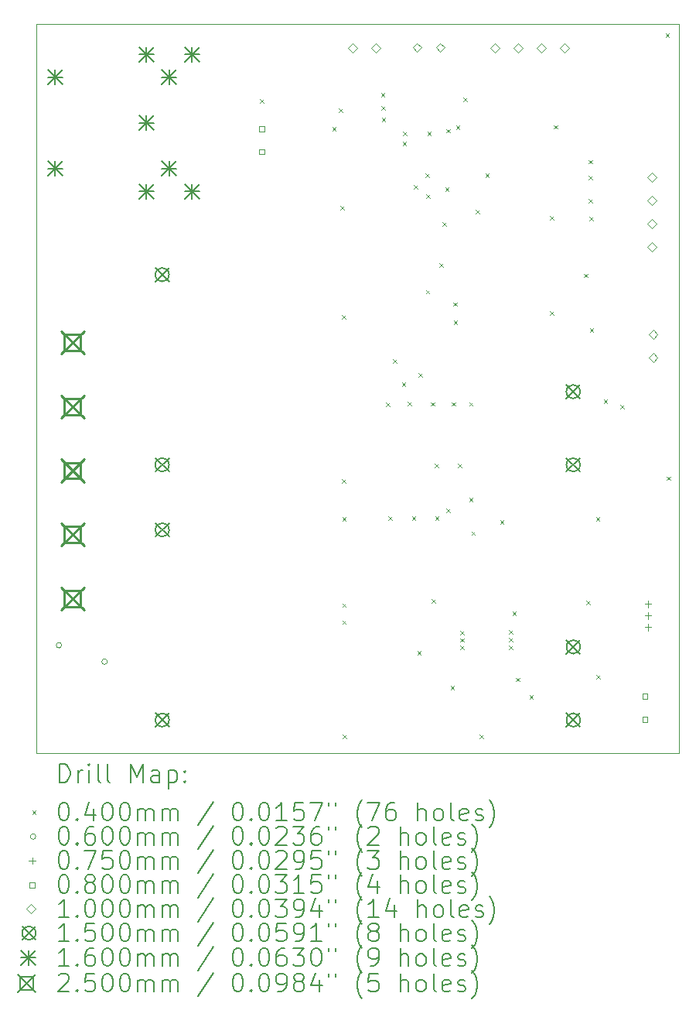
<source format=gbr>
%TF.GenerationSoftware,KiCad,Pcbnew,7.0.11-7.0.11~ubuntu22.04.1*%
%TF.CreationDate,2025-01-31T21:35:23-05:00*%
%TF.ProjectId,C64UltimatePSU,43363455-6c74-4696-9d61-74655053552e,rev?*%
%TF.SameCoordinates,Original*%
%TF.FileFunction,Drillmap*%
%TF.FilePolarity,Positive*%
%FSLAX45Y45*%
G04 Gerber Fmt 4.5, Leading zero omitted, Abs format (unit mm)*
G04 Created by KiCad (PCBNEW 7.0.11-7.0.11~ubuntu22.04.1) date 2025-01-31 21:35:23*
%MOMM*%
%LPD*%
G01*
G04 APERTURE LIST*
%ADD10C,0.100000*%
%ADD11C,0.200000*%
%ADD12C,0.150000*%
%ADD13C,0.160000*%
%ADD14C,0.250000*%
G04 APERTURE END LIST*
D10*
X10289540Y-5166360D02*
X17327880Y-5166360D01*
X17327880Y-13141960D01*
X10289540Y-13141960D01*
X10289540Y-5166360D01*
D11*
D10*
X12740960Y-5987100D02*
X12780960Y-6027100D01*
X12780960Y-5987100D02*
X12740960Y-6027100D01*
X13530900Y-6286820D02*
X13570900Y-6326820D01*
X13570900Y-6286820D02*
X13530900Y-6326820D01*
X13604560Y-6086160D02*
X13644560Y-6126160D01*
X13644560Y-6086160D02*
X13604560Y-6126160D01*
X13619800Y-7150420D02*
X13659800Y-7190420D01*
X13659800Y-7150420D02*
X13619800Y-7190420D01*
X13635040Y-8346760D02*
X13675040Y-8386760D01*
X13675040Y-8346760D02*
X13635040Y-8386760D01*
X13637580Y-10140000D02*
X13677580Y-10180000D01*
X13677580Y-10140000D02*
X13637580Y-10180000D01*
X13640120Y-10554020D02*
X13680120Y-10594020D01*
X13680120Y-10554020D02*
X13640120Y-10594020D01*
X13640120Y-11501440D02*
X13680120Y-11541440D01*
X13680120Y-11501440D02*
X13640120Y-11541440D01*
X13640120Y-11686860D02*
X13680120Y-11726860D01*
X13680120Y-11686860D02*
X13640120Y-11726860D01*
X13645200Y-12934000D02*
X13685200Y-12974000D01*
X13685200Y-12934000D02*
X13645200Y-12974000D01*
X14064300Y-5918520D02*
X14104300Y-5958520D01*
X14104300Y-5918520D02*
X14064300Y-5958520D01*
X14066840Y-6058220D02*
X14106840Y-6098220D01*
X14106840Y-6058220D02*
X14066840Y-6098220D01*
X14071920Y-6185800D02*
X14111920Y-6225800D01*
X14111920Y-6185800D02*
X14071920Y-6225800D01*
X14117640Y-9301800D02*
X14157640Y-9341800D01*
X14157640Y-9301800D02*
X14117640Y-9341800D01*
X14145580Y-10551480D02*
X14185580Y-10591480D01*
X14185580Y-10551480D02*
X14145580Y-10591480D01*
X14193840Y-8829360D02*
X14233840Y-8869360D01*
X14233840Y-8829360D02*
X14193840Y-8869360D01*
X14292900Y-9083360D02*
X14332900Y-9123360D01*
X14332900Y-9083360D02*
X14292900Y-9123360D01*
X14300520Y-6451920D02*
X14340520Y-6491920D01*
X14340520Y-6451920D02*
X14300520Y-6491920D01*
X14308140Y-6340740D02*
X14348140Y-6380740D01*
X14348140Y-6340740D02*
X14308140Y-6380740D01*
X14353860Y-9296720D02*
X14393860Y-9336720D01*
X14393860Y-9296720D02*
X14353860Y-9336720D01*
X14402120Y-10551480D02*
X14442120Y-10591480D01*
X14442120Y-10551480D02*
X14402120Y-10591480D01*
X14424980Y-6927480D02*
X14464980Y-6967480D01*
X14464980Y-6927480D02*
X14424980Y-6967480D01*
X14463080Y-12022140D02*
X14503080Y-12062140D01*
X14503080Y-12022140D02*
X14463080Y-12062140D01*
X14475780Y-8981760D02*
X14515780Y-9021760D01*
X14515780Y-8981760D02*
X14475780Y-9021760D01*
X14549440Y-6794820D02*
X14589440Y-6834820D01*
X14589440Y-6794820D02*
X14549440Y-6834820D01*
X14554520Y-8072440D02*
X14594520Y-8112440D01*
X14594520Y-8072440D02*
X14554520Y-8112440D01*
X14562140Y-7028500D02*
X14602140Y-7068500D01*
X14602140Y-7028500D02*
X14562140Y-7068500D01*
X14572300Y-6340740D02*
X14612300Y-6380740D01*
X14612300Y-6340740D02*
X14572300Y-6380740D01*
X14609130Y-9300530D02*
X14649130Y-9340530D01*
X14649130Y-9300530D02*
X14609130Y-9340530D01*
X14618020Y-11455720D02*
X14658020Y-11495720D01*
X14658020Y-11455720D02*
X14618020Y-11495720D01*
X14653580Y-9972360D02*
X14693580Y-10012360D01*
X14693580Y-9972360D02*
X14653580Y-10012360D01*
X14656120Y-10551480D02*
X14696120Y-10591480D01*
X14696120Y-10551480D02*
X14656120Y-10591480D01*
X14701840Y-7777800D02*
X14741840Y-7817800D01*
X14741840Y-7777800D02*
X14701840Y-7817800D01*
X14734860Y-7333300D02*
X14774860Y-7373300D01*
X14774860Y-7333300D02*
X14734860Y-7373300D01*
X14767880Y-6947220D02*
X14807880Y-6987220D01*
X14807880Y-6947220D02*
X14767880Y-6987220D01*
X14780580Y-10462580D02*
X14820580Y-10502580D01*
X14820580Y-10462580D02*
X14780580Y-10502580D01*
X14781850Y-6310950D02*
X14821850Y-6350950D01*
X14821850Y-6310950D02*
X14781850Y-6350950D01*
X14826300Y-12403140D02*
X14866300Y-12443140D01*
X14866300Y-12403140D02*
X14826300Y-12443140D01*
X14839000Y-9299260D02*
X14879000Y-9339260D01*
X14879000Y-9299260D02*
X14839000Y-9339260D01*
X14854240Y-8207060D02*
X14894240Y-8247060D01*
X14894240Y-8207060D02*
X14854240Y-8247060D01*
X14859320Y-8407720D02*
X14899320Y-8447720D01*
X14899320Y-8407720D02*
X14859320Y-8447720D01*
X14884720Y-6274120D02*
X14924720Y-6314120D01*
X14924720Y-6274120D02*
X14884720Y-6314120D01*
X14905040Y-9969820D02*
X14945040Y-10009820D01*
X14945040Y-9969820D02*
X14905040Y-10009820D01*
X14934420Y-11801180D02*
X14974420Y-11841180D01*
X14974420Y-11801180D02*
X14934420Y-11841180D01*
X14934420Y-11882460D02*
X14974420Y-11922460D01*
X14974420Y-11882460D02*
X14934420Y-11922460D01*
X14934420Y-11963740D02*
X14974420Y-12003740D01*
X14974420Y-11963740D02*
X14934420Y-12003740D01*
X14963460Y-5966780D02*
X15003460Y-6006780D01*
X15003460Y-5966780D02*
X14963460Y-6006780D01*
X15029260Y-10345500D02*
X15069260Y-10385500D01*
X15069260Y-10345500D02*
X15029260Y-10385500D01*
X15029500Y-9299260D02*
X15069500Y-9339260D01*
X15069500Y-9299260D02*
X15029500Y-9339260D01*
X15054900Y-10714040D02*
X15094900Y-10754040D01*
X15094900Y-10714040D02*
X15054900Y-10754040D01*
X15103160Y-7196140D02*
X15143160Y-7236140D01*
X15143160Y-7196140D02*
X15103160Y-7236140D01*
X15143800Y-12936540D02*
X15183800Y-12976540D01*
X15183800Y-12936540D02*
X15143800Y-12976540D01*
X15207300Y-6794820D02*
X15247300Y-6834820D01*
X15247300Y-6794820D02*
X15207300Y-6834820D01*
X15367320Y-10589580D02*
X15407320Y-10629580D01*
X15407320Y-10589580D02*
X15367320Y-10629580D01*
X15462740Y-11793560D02*
X15502740Y-11833560D01*
X15502740Y-11793560D02*
X15462740Y-11833560D01*
X15465280Y-11879920D02*
X15505280Y-11919920D01*
X15505280Y-11879920D02*
X15465280Y-11919920D01*
X15465280Y-11961200D02*
X15505280Y-12001200D01*
X15505280Y-11961200D02*
X15465280Y-12001200D01*
X15504480Y-11592880D02*
X15544480Y-11632880D01*
X15544480Y-11592880D02*
X15504480Y-11632880D01*
X15540040Y-12314240D02*
X15580040Y-12354240D01*
X15580040Y-12314240D02*
X15540040Y-12354240D01*
X15689900Y-12507280D02*
X15729900Y-12547280D01*
X15729900Y-12507280D02*
X15689900Y-12547280D01*
X15913420Y-8303580D02*
X15953420Y-8343580D01*
X15953420Y-8303580D02*
X15913420Y-8343580D01*
X15915960Y-7264720D02*
X15955960Y-7304720D01*
X15955960Y-7264720D02*
X15915960Y-7304720D01*
X15956600Y-6269040D02*
X15996600Y-6309040D01*
X15996600Y-6269040D02*
X15956600Y-6309040D01*
X16284260Y-7894640D02*
X16324260Y-7934640D01*
X16324260Y-7894640D02*
X16284260Y-7934640D01*
X16312200Y-11470960D02*
X16352200Y-11510960D01*
X16352200Y-11470960D02*
X16312200Y-11510960D01*
X16335060Y-6650040D02*
X16375060Y-6690040D01*
X16375060Y-6650040D02*
X16335060Y-6690040D01*
X16337600Y-6822760D02*
X16377600Y-6862760D01*
X16377600Y-6822760D02*
X16337600Y-6862760D01*
X16340140Y-7074220D02*
X16380140Y-7114220D01*
X16380140Y-7074220D02*
X16340140Y-7114220D01*
X16345220Y-7272340D02*
X16385220Y-7312340D01*
X16385220Y-7272340D02*
X16345220Y-7312340D01*
X16350300Y-8489000D02*
X16390300Y-8529000D01*
X16390300Y-8489000D02*
X16350300Y-8529000D01*
X16418880Y-10554020D02*
X16458880Y-10594020D01*
X16458880Y-10554020D02*
X16418880Y-10594020D01*
X16421420Y-12281220D02*
X16461420Y-12321220D01*
X16461420Y-12281220D02*
X16421420Y-12321220D01*
X16502700Y-9268780D02*
X16542700Y-9308780D01*
X16542700Y-9268780D02*
X16502700Y-9308780D01*
X16683040Y-9332280D02*
X16723040Y-9372280D01*
X16723040Y-9332280D02*
X16683040Y-9372280D01*
X17180880Y-5268280D02*
X17220880Y-5308280D01*
X17220880Y-5268280D02*
X17180880Y-5308280D01*
X17193580Y-10112060D02*
X17233580Y-10152060D01*
X17233580Y-10112060D02*
X17193580Y-10152060D01*
X10568060Y-11957960D02*
G75*
G03*
X10508060Y-11957960I-30000J0D01*
G01*
X10508060Y-11957960D02*
G75*
G03*
X10568060Y-11957960I30000J0D01*
G01*
X11068060Y-12137960D02*
G75*
G03*
X11008060Y-12137960I-30000J0D01*
G01*
X11008060Y-12137960D02*
G75*
G03*
X11068060Y-12137960I30000J0D01*
G01*
X16987520Y-11468700D02*
X16987520Y-11543700D01*
X16950020Y-11506200D02*
X17025020Y-11506200D01*
X16987520Y-11595700D02*
X16987520Y-11670700D01*
X16950020Y-11633200D02*
X17025020Y-11633200D01*
X16987520Y-11722700D02*
X16987520Y-11797700D01*
X16950020Y-11760200D02*
X17025020Y-11760200D01*
X12789244Y-6336564D02*
X12789244Y-6279995D01*
X12732675Y-6279995D01*
X12732675Y-6336564D01*
X12789244Y-6336564D01*
X12789244Y-6586564D02*
X12789244Y-6529995D01*
X12732675Y-6529995D01*
X12732675Y-6586564D01*
X12789244Y-6586564D01*
X16982785Y-12546864D02*
X16982785Y-12490295D01*
X16926216Y-12490295D01*
X16926216Y-12546864D01*
X16982785Y-12546864D01*
X16982785Y-12796864D02*
X16982785Y-12740295D01*
X16926216Y-12740295D01*
X16926216Y-12796864D01*
X16982785Y-12796864D01*
X13751560Y-5472900D02*
X13801560Y-5422900D01*
X13751560Y-5372900D01*
X13701560Y-5422900D01*
X13751560Y-5472900D01*
X14005560Y-5472900D02*
X14055560Y-5422900D01*
X14005560Y-5372900D01*
X13955560Y-5422900D01*
X14005560Y-5472900D01*
X14460220Y-5470360D02*
X14510220Y-5420360D01*
X14460220Y-5370360D01*
X14410220Y-5420360D01*
X14460220Y-5470360D01*
X14714220Y-5470360D02*
X14764220Y-5420360D01*
X14714220Y-5370360D01*
X14664220Y-5420360D01*
X14714220Y-5470360D01*
X15313660Y-5472900D02*
X15363660Y-5422900D01*
X15313660Y-5372900D01*
X15263660Y-5422900D01*
X15313660Y-5472900D01*
X15567660Y-5472900D02*
X15617660Y-5422900D01*
X15567660Y-5372900D01*
X15517660Y-5422900D01*
X15567660Y-5472900D01*
X15821660Y-5472900D02*
X15871660Y-5422900D01*
X15821660Y-5372900D01*
X15771660Y-5422900D01*
X15821660Y-5472900D01*
X16075660Y-5472900D02*
X16125660Y-5422900D01*
X16075660Y-5372900D01*
X16025660Y-5422900D01*
X16075660Y-5472900D01*
X17030700Y-6890220D02*
X17080700Y-6840220D01*
X17030700Y-6790220D01*
X16980700Y-6840220D01*
X17030700Y-6890220D01*
X17030700Y-7144220D02*
X17080700Y-7094220D01*
X17030700Y-7044220D01*
X16980700Y-7094220D01*
X17030700Y-7144220D01*
X17030700Y-7398220D02*
X17080700Y-7348220D01*
X17030700Y-7298220D01*
X16980700Y-7348220D01*
X17030700Y-7398220D01*
X17030700Y-7652220D02*
X17080700Y-7602220D01*
X17030700Y-7552220D01*
X16980700Y-7602220D01*
X17030700Y-7652220D01*
X17043400Y-8604720D02*
X17093400Y-8554720D01*
X17043400Y-8504720D01*
X16993400Y-8554720D01*
X17043400Y-8604720D01*
X17043400Y-8858720D02*
X17093400Y-8808720D01*
X17043400Y-8758720D01*
X16993400Y-8808720D01*
X17043400Y-8858720D01*
D12*
X11593760Y-7829740D02*
X11743760Y-7979740D01*
X11743760Y-7829740D02*
X11593760Y-7979740D01*
X11743760Y-7904740D02*
G75*
G03*
X11593760Y-7904740I-75000J0D01*
G01*
X11593760Y-7904740D02*
G75*
G03*
X11743760Y-7904740I75000J0D01*
G01*
X11593760Y-9909740D02*
X11743760Y-10059740D01*
X11743760Y-9909740D02*
X11593760Y-10059740D01*
X11743760Y-9984740D02*
G75*
G03*
X11593760Y-9984740I-75000J0D01*
G01*
X11593760Y-9984740D02*
G75*
G03*
X11743760Y-9984740I75000J0D01*
G01*
X11594640Y-10621200D02*
X11744640Y-10771200D01*
X11744640Y-10621200D02*
X11594640Y-10771200D01*
X11744640Y-10696200D02*
G75*
G03*
X11594640Y-10696200I-75000J0D01*
G01*
X11594640Y-10696200D02*
G75*
G03*
X11744640Y-10696200I75000J0D01*
G01*
X11594640Y-12701200D02*
X11744640Y-12851200D01*
X11744640Y-12701200D02*
X11594640Y-12851200D01*
X11744640Y-12776200D02*
G75*
G03*
X11594640Y-12776200I-75000J0D01*
G01*
X11594640Y-12776200D02*
G75*
G03*
X11744640Y-12776200I75000J0D01*
G01*
X16093760Y-9109740D02*
X16243760Y-9259740D01*
X16243760Y-9109740D02*
X16093760Y-9259740D01*
X16243760Y-9184740D02*
G75*
G03*
X16093760Y-9184740I-75000J0D01*
G01*
X16093760Y-9184740D02*
G75*
G03*
X16243760Y-9184740I75000J0D01*
G01*
X16093760Y-9909740D02*
X16243760Y-10059740D01*
X16243760Y-9909740D02*
X16093760Y-10059740D01*
X16243760Y-9984740D02*
G75*
G03*
X16093760Y-9984740I-75000J0D01*
G01*
X16093760Y-9984740D02*
G75*
G03*
X16243760Y-9984740I75000J0D01*
G01*
X16094640Y-11901200D02*
X16244640Y-12051200D01*
X16244640Y-11901200D02*
X16094640Y-12051200D01*
X16244640Y-11976200D02*
G75*
G03*
X16094640Y-11976200I-75000J0D01*
G01*
X16094640Y-11976200D02*
G75*
G03*
X16244640Y-11976200I75000J0D01*
G01*
X16094640Y-12701200D02*
X16244640Y-12851200D01*
X16244640Y-12701200D02*
X16094640Y-12851200D01*
X16244640Y-12776200D02*
G75*
G03*
X16094640Y-12776200I-75000J0D01*
G01*
X16094640Y-12776200D02*
G75*
G03*
X16244640Y-12776200I75000J0D01*
G01*
D13*
X10416040Y-5663320D02*
X10576040Y-5823320D01*
X10576040Y-5663320D02*
X10416040Y-5823320D01*
X10496040Y-5663320D02*
X10496040Y-5823320D01*
X10416040Y-5743320D02*
X10576040Y-5743320D01*
X10416040Y-6663320D02*
X10576040Y-6823320D01*
X10576040Y-6663320D02*
X10416040Y-6823320D01*
X10496040Y-6663320D02*
X10496040Y-6823320D01*
X10416040Y-6743320D02*
X10576040Y-6743320D01*
X11416040Y-5413320D02*
X11576040Y-5573320D01*
X11576040Y-5413320D02*
X11416040Y-5573320D01*
X11496040Y-5413320D02*
X11496040Y-5573320D01*
X11416040Y-5493320D02*
X11576040Y-5493320D01*
X11416040Y-6163320D02*
X11576040Y-6323320D01*
X11576040Y-6163320D02*
X11416040Y-6323320D01*
X11496040Y-6163320D02*
X11496040Y-6323320D01*
X11416040Y-6243320D02*
X11576040Y-6243320D01*
X11416040Y-6913320D02*
X11576040Y-7073320D01*
X11576040Y-6913320D02*
X11416040Y-7073320D01*
X11496040Y-6913320D02*
X11496040Y-7073320D01*
X11416040Y-6993320D02*
X11576040Y-6993320D01*
X11666040Y-5663320D02*
X11826040Y-5823320D01*
X11826040Y-5663320D02*
X11666040Y-5823320D01*
X11746040Y-5663320D02*
X11746040Y-5823320D01*
X11666040Y-5743320D02*
X11826040Y-5743320D01*
X11666040Y-6663320D02*
X11826040Y-6823320D01*
X11826040Y-6663320D02*
X11666040Y-6823320D01*
X11746040Y-6663320D02*
X11746040Y-6823320D01*
X11666040Y-6743320D02*
X11826040Y-6743320D01*
X11916040Y-5413320D02*
X12076040Y-5573320D01*
X12076040Y-5413320D02*
X11916040Y-5573320D01*
X11996040Y-5413320D02*
X11996040Y-5573320D01*
X11916040Y-5493320D02*
X12076040Y-5493320D01*
X11916040Y-6913320D02*
X12076040Y-7073320D01*
X12076040Y-6913320D02*
X11916040Y-7073320D01*
X11996040Y-6913320D02*
X11996040Y-7073320D01*
X11916040Y-6993320D02*
X12076040Y-6993320D01*
D14*
X10563060Y-8522960D02*
X10813060Y-8772960D01*
X10813060Y-8522960D02*
X10563060Y-8772960D01*
X10776449Y-8736349D02*
X10776449Y-8559571D01*
X10599671Y-8559571D01*
X10599671Y-8736349D01*
X10776449Y-8736349D01*
X10563060Y-9222960D02*
X10813060Y-9472960D01*
X10813060Y-9222960D02*
X10563060Y-9472960D01*
X10776449Y-9436349D02*
X10776449Y-9259571D01*
X10599671Y-9259571D01*
X10599671Y-9436349D01*
X10776449Y-9436349D01*
X10563060Y-9922960D02*
X10813060Y-10172960D01*
X10813060Y-9922960D02*
X10563060Y-10172960D01*
X10776449Y-10136349D02*
X10776449Y-9959571D01*
X10599671Y-9959571D01*
X10599671Y-10136349D01*
X10776449Y-10136349D01*
X10563060Y-10622960D02*
X10813060Y-10872960D01*
X10813060Y-10622960D02*
X10563060Y-10872960D01*
X10776449Y-10836349D02*
X10776449Y-10659571D01*
X10599671Y-10659571D01*
X10599671Y-10836349D01*
X10776449Y-10836349D01*
X10563060Y-11322960D02*
X10813060Y-11572960D01*
X10813060Y-11322960D02*
X10563060Y-11572960D01*
X10776449Y-11536349D02*
X10776449Y-11359571D01*
X10599671Y-11359571D01*
X10599671Y-11536349D01*
X10776449Y-11536349D01*
D11*
X10545317Y-13458444D02*
X10545317Y-13258444D01*
X10545317Y-13258444D02*
X10592936Y-13258444D01*
X10592936Y-13258444D02*
X10621507Y-13267968D01*
X10621507Y-13267968D02*
X10640555Y-13287015D01*
X10640555Y-13287015D02*
X10650079Y-13306063D01*
X10650079Y-13306063D02*
X10659603Y-13344158D01*
X10659603Y-13344158D02*
X10659603Y-13372729D01*
X10659603Y-13372729D02*
X10650079Y-13410825D01*
X10650079Y-13410825D02*
X10640555Y-13429872D01*
X10640555Y-13429872D02*
X10621507Y-13448920D01*
X10621507Y-13448920D02*
X10592936Y-13458444D01*
X10592936Y-13458444D02*
X10545317Y-13458444D01*
X10745317Y-13458444D02*
X10745317Y-13325110D01*
X10745317Y-13363206D02*
X10754841Y-13344158D01*
X10754841Y-13344158D02*
X10764364Y-13334634D01*
X10764364Y-13334634D02*
X10783412Y-13325110D01*
X10783412Y-13325110D02*
X10802460Y-13325110D01*
X10869126Y-13458444D02*
X10869126Y-13325110D01*
X10869126Y-13258444D02*
X10859603Y-13267968D01*
X10859603Y-13267968D02*
X10869126Y-13277491D01*
X10869126Y-13277491D02*
X10878650Y-13267968D01*
X10878650Y-13267968D02*
X10869126Y-13258444D01*
X10869126Y-13258444D02*
X10869126Y-13277491D01*
X10992936Y-13458444D02*
X10973888Y-13448920D01*
X10973888Y-13448920D02*
X10964364Y-13429872D01*
X10964364Y-13429872D02*
X10964364Y-13258444D01*
X11097698Y-13458444D02*
X11078650Y-13448920D01*
X11078650Y-13448920D02*
X11069126Y-13429872D01*
X11069126Y-13429872D02*
X11069126Y-13258444D01*
X11326269Y-13458444D02*
X11326269Y-13258444D01*
X11326269Y-13258444D02*
X11392936Y-13401301D01*
X11392936Y-13401301D02*
X11459602Y-13258444D01*
X11459602Y-13258444D02*
X11459602Y-13458444D01*
X11640555Y-13458444D02*
X11640555Y-13353682D01*
X11640555Y-13353682D02*
X11631031Y-13334634D01*
X11631031Y-13334634D02*
X11611983Y-13325110D01*
X11611983Y-13325110D02*
X11573888Y-13325110D01*
X11573888Y-13325110D02*
X11554841Y-13334634D01*
X11640555Y-13448920D02*
X11621507Y-13458444D01*
X11621507Y-13458444D02*
X11573888Y-13458444D01*
X11573888Y-13458444D02*
X11554841Y-13448920D01*
X11554841Y-13448920D02*
X11545317Y-13429872D01*
X11545317Y-13429872D02*
X11545317Y-13410825D01*
X11545317Y-13410825D02*
X11554841Y-13391777D01*
X11554841Y-13391777D02*
X11573888Y-13382253D01*
X11573888Y-13382253D02*
X11621507Y-13382253D01*
X11621507Y-13382253D02*
X11640555Y-13372729D01*
X11735793Y-13325110D02*
X11735793Y-13525110D01*
X11735793Y-13334634D02*
X11754841Y-13325110D01*
X11754841Y-13325110D02*
X11792936Y-13325110D01*
X11792936Y-13325110D02*
X11811983Y-13334634D01*
X11811983Y-13334634D02*
X11821507Y-13344158D01*
X11821507Y-13344158D02*
X11831031Y-13363206D01*
X11831031Y-13363206D02*
X11831031Y-13420348D01*
X11831031Y-13420348D02*
X11821507Y-13439396D01*
X11821507Y-13439396D02*
X11811983Y-13448920D01*
X11811983Y-13448920D02*
X11792936Y-13458444D01*
X11792936Y-13458444D02*
X11754841Y-13458444D01*
X11754841Y-13458444D02*
X11735793Y-13448920D01*
X11916745Y-13439396D02*
X11926269Y-13448920D01*
X11926269Y-13448920D02*
X11916745Y-13458444D01*
X11916745Y-13458444D02*
X11907222Y-13448920D01*
X11907222Y-13448920D02*
X11916745Y-13439396D01*
X11916745Y-13439396D02*
X11916745Y-13458444D01*
X11916745Y-13334634D02*
X11926269Y-13344158D01*
X11926269Y-13344158D02*
X11916745Y-13353682D01*
X11916745Y-13353682D02*
X11907222Y-13344158D01*
X11907222Y-13344158D02*
X11916745Y-13334634D01*
X11916745Y-13334634D02*
X11916745Y-13353682D01*
D10*
X10244540Y-13766960D02*
X10284540Y-13806960D01*
X10284540Y-13766960D02*
X10244540Y-13806960D01*
D11*
X10583412Y-13678444D02*
X10602460Y-13678444D01*
X10602460Y-13678444D02*
X10621507Y-13687968D01*
X10621507Y-13687968D02*
X10631031Y-13697491D01*
X10631031Y-13697491D02*
X10640555Y-13716539D01*
X10640555Y-13716539D02*
X10650079Y-13754634D01*
X10650079Y-13754634D02*
X10650079Y-13802253D01*
X10650079Y-13802253D02*
X10640555Y-13840348D01*
X10640555Y-13840348D02*
X10631031Y-13859396D01*
X10631031Y-13859396D02*
X10621507Y-13868920D01*
X10621507Y-13868920D02*
X10602460Y-13878444D01*
X10602460Y-13878444D02*
X10583412Y-13878444D01*
X10583412Y-13878444D02*
X10564364Y-13868920D01*
X10564364Y-13868920D02*
X10554841Y-13859396D01*
X10554841Y-13859396D02*
X10545317Y-13840348D01*
X10545317Y-13840348D02*
X10535793Y-13802253D01*
X10535793Y-13802253D02*
X10535793Y-13754634D01*
X10535793Y-13754634D02*
X10545317Y-13716539D01*
X10545317Y-13716539D02*
X10554841Y-13697491D01*
X10554841Y-13697491D02*
X10564364Y-13687968D01*
X10564364Y-13687968D02*
X10583412Y-13678444D01*
X10735793Y-13859396D02*
X10745317Y-13868920D01*
X10745317Y-13868920D02*
X10735793Y-13878444D01*
X10735793Y-13878444D02*
X10726269Y-13868920D01*
X10726269Y-13868920D02*
X10735793Y-13859396D01*
X10735793Y-13859396D02*
X10735793Y-13878444D01*
X10916745Y-13745110D02*
X10916745Y-13878444D01*
X10869126Y-13668920D02*
X10821507Y-13811777D01*
X10821507Y-13811777D02*
X10945317Y-13811777D01*
X11059603Y-13678444D02*
X11078650Y-13678444D01*
X11078650Y-13678444D02*
X11097698Y-13687968D01*
X11097698Y-13687968D02*
X11107222Y-13697491D01*
X11107222Y-13697491D02*
X11116745Y-13716539D01*
X11116745Y-13716539D02*
X11126269Y-13754634D01*
X11126269Y-13754634D02*
X11126269Y-13802253D01*
X11126269Y-13802253D02*
X11116745Y-13840348D01*
X11116745Y-13840348D02*
X11107222Y-13859396D01*
X11107222Y-13859396D02*
X11097698Y-13868920D01*
X11097698Y-13868920D02*
X11078650Y-13878444D01*
X11078650Y-13878444D02*
X11059603Y-13878444D01*
X11059603Y-13878444D02*
X11040555Y-13868920D01*
X11040555Y-13868920D02*
X11031031Y-13859396D01*
X11031031Y-13859396D02*
X11021507Y-13840348D01*
X11021507Y-13840348D02*
X11011984Y-13802253D01*
X11011984Y-13802253D02*
X11011984Y-13754634D01*
X11011984Y-13754634D02*
X11021507Y-13716539D01*
X11021507Y-13716539D02*
X11031031Y-13697491D01*
X11031031Y-13697491D02*
X11040555Y-13687968D01*
X11040555Y-13687968D02*
X11059603Y-13678444D01*
X11250079Y-13678444D02*
X11269126Y-13678444D01*
X11269126Y-13678444D02*
X11288174Y-13687968D01*
X11288174Y-13687968D02*
X11297698Y-13697491D01*
X11297698Y-13697491D02*
X11307222Y-13716539D01*
X11307222Y-13716539D02*
X11316745Y-13754634D01*
X11316745Y-13754634D02*
X11316745Y-13802253D01*
X11316745Y-13802253D02*
X11307222Y-13840348D01*
X11307222Y-13840348D02*
X11297698Y-13859396D01*
X11297698Y-13859396D02*
X11288174Y-13868920D01*
X11288174Y-13868920D02*
X11269126Y-13878444D01*
X11269126Y-13878444D02*
X11250079Y-13878444D01*
X11250079Y-13878444D02*
X11231031Y-13868920D01*
X11231031Y-13868920D02*
X11221507Y-13859396D01*
X11221507Y-13859396D02*
X11211983Y-13840348D01*
X11211983Y-13840348D02*
X11202460Y-13802253D01*
X11202460Y-13802253D02*
X11202460Y-13754634D01*
X11202460Y-13754634D02*
X11211983Y-13716539D01*
X11211983Y-13716539D02*
X11221507Y-13697491D01*
X11221507Y-13697491D02*
X11231031Y-13687968D01*
X11231031Y-13687968D02*
X11250079Y-13678444D01*
X11402460Y-13878444D02*
X11402460Y-13745110D01*
X11402460Y-13764158D02*
X11411983Y-13754634D01*
X11411983Y-13754634D02*
X11431031Y-13745110D01*
X11431031Y-13745110D02*
X11459603Y-13745110D01*
X11459603Y-13745110D02*
X11478650Y-13754634D01*
X11478650Y-13754634D02*
X11488174Y-13773682D01*
X11488174Y-13773682D02*
X11488174Y-13878444D01*
X11488174Y-13773682D02*
X11497698Y-13754634D01*
X11497698Y-13754634D02*
X11516745Y-13745110D01*
X11516745Y-13745110D02*
X11545317Y-13745110D01*
X11545317Y-13745110D02*
X11564364Y-13754634D01*
X11564364Y-13754634D02*
X11573888Y-13773682D01*
X11573888Y-13773682D02*
X11573888Y-13878444D01*
X11669126Y-13878444D02*
X11669126Y-13745110D01*
X11669126Y-13764158D02*
X11678650Y-13754634D01*
X11678650Y-13754634D02*
X11697698Y-13745110D01*
X11697698Y-13745110D02*
X11726269Y-13745110D01*
X11726269Y-13745110D02*
X11745317Y-13754634D01*
X11745317Y-13754634D02*
X11754841Y-13773682D01*
X11754841Y-13773682D02*
X11754841Y-13878444D01*
X11754841Y-13773682D02*
X11764364Y-13754634D01*
X11764364Y-13754634D02*
X11783412Y-13745110D01*
X11783412Y-13745110D02*
X11811983Y-13745110D01*
X11811983Y-13745110D02*
X11831031Y-13754634D01*
X11831031Y-13754634D02*
X11840555Y-13773682D01*
X11840555Y-13773682D02*
X11840555Y-13878444D01*
X12231031Y-13668920D02*
X12059603Y-13926063D01*
X12488174Y-13678444D02*
X12507222Y-13678444D01*
X12507222Y-13678444D02*
X12526269Y-13687968D01*
X12526269Y-13687968D02*
X12535793Y-13697491D01*
X12535793Y-13697491D02*
X12545317Y-13716539D01*
X12545317Y-13716539D02*
X12554841Y-13754634D01*
X12554841Y-13754634D02*
X12554841Y-13802253D01*
X12554841Y-13802253D02*
X12545317Y-13840348D01*
X12545317Y-13840348D02*
X12535793Y-13859396D01*
X12535793Y-13859396D02*
X12526269Y-13868920D01*
X12526269Y-13868920D02*
X12507222Y-13878444D01*
X12507222Y-13878444D02*
X12488174Y-13878444D01*
X12488174Y-13878444D02*
X12469126Y-13868920D01*
X12469126Y-13868920D02*
X12459603Y-13859396D01*
X12459603Y-13859396D02*
X12450079Y-13840348D01*
X12450079Y-13840348D02*
X12440555Y-13802253D01*
X12440555Y-13802253D02*
X12440555Y-13754634D01*
X12440555Y-13754634D02*
X12450079Y-13716539D01*
X12450079Y-13716539D02*
X12459603Y-13697491D01*
X12459603Y-13697491D02*
X12469126Y-13687968D01*
X12469126Y-13687968D02*
X12488174Y-13678444D01*
X12640555Y-13859396D02*
X12650079Y-13868920D01*
X12650079Y-13868920D02*
X12640555Y-13878444D01*
X12640555Y-13878444D02*
X12631031Y-13868920D01*
X12631031Y-13868920D02*
X12640555Y-13859396D01*
X12640555Y-13859396D02*
X12640555Y-13878444D01*
X12773888Y-13678444D02*
X12792936Y-13678444D01*
X12792936Y-13678444D02*
X12811984Y-13687968D01*
X12811984Y-13687968D02*
X12821507Y-13697491D01*
X12821507Y-13697491D02*
X12831031Y-13716539D01*
X12831031Y-13716539D02*
X12840555Y-13754634D01*
X12840555Y-13754634D02*
X12840555Y-13802253D01*
X12840555Y-13802253D02*
X12831031Y-13840348D01*
X12831031Y-13840348D02*
X12821507Y-13859396D01*
X12821507Y-13859396D02*
X12811984Y-13868920D01*
X12811984Y-13868920D02*
X12792936Y-13878444D01*
X12792936Y-13878444D02*
X12773888Y-13878444D01*
X12773888Y-13878444D02*
X12754841Y-13868920D01*
X12754841Y-13868920D02*
X12745317Y-13859396D01*
X12745317Y-13859396D02*
X12735793Y-13840348D01*
X12735793Y-13840348D02*
X12726269Y-13802253D01*
X12726269Y-13802253D02*
X12726269Y-13754634D01*
X12726269Y-13754634D02*
X12735793Y-13716539D01*
X12735793Y-13716539D02*
X12745317Y-13697491D01*
X12745317Y-13697491D02*
X12754841Y-13687968D01*
X12754841Y-13687968D02*
X12773888Y-13678444D01*
X13031031Y-13878444D02*
X12916746Y-13878444D01*
X12973888Y-13878444D02*
X12973888Y-13678444D01*
X12973888Y-13678444D02*
X12954841Y-13707015D01*
X12954841Y-13707015D02*
X12935793Y-13726063D01*
X12935793Y-13726063D02*
X12916746Y-13735587D01*
X13211984Y-13678444D02*
X13116746Y-13678444D01*
X13116746Y-13678444D02*
X13107222Y-13773682D01*
X13107222Y-13773682D02*
X13116746Y-13764158D01*
X13116746Y-13764158D02*
X13135793Y-13754634D01*
X13135793Y-13754634D02*
X13183412Y-13754634D01*
X13183412Y-13754634D02*
X13202460Y-13764158D01*
X13202460Y-13764158D02*
X13211984Y-13773682D01*
X13211984Y-13773682D02*
X13221507Y-13792729D01*
X13221507Y-13792729D02*
X13221507Y-13840348D01*
X13221507Y-13840348D02*
X13211984Y-13859396D01*
X13211984Y-13859396D02*
X13202460Y-13868920D01*
X13202460Y-13868920D02*
X13183412Y-13878444D01*
X13183412Y-13878444D02*
X13135793Y-13878444D01*
X13135793Y-13878444D02*
X13116746Y-13868920D01*
X13116746Y-13868920D02*
X13107222Y-13859396D01*
X13288174Y-13678444D02*
X13421507Y-13678444D01*
X13421507Y-13678444D02*
X13335793Y-13878444D01*
X13488174Y-13678444D02*
X13488174Y-13716539D01*
X13564365Y-13678444D02*
X13564365Y-13716539D01*
X13859603Y-13954634D02*
X13850079Y-13945110D01*
X13850079Y-13945110D02*
X13831031Y-13916539D01*
X13831031Y-13916539D02*
X13821508Y-13897491D01*
X13821508Y-13897491D02*
X13811984Y-13868920D01*
X13811984Y-13868920D02*
X13802460Y-13821301D01*
X13802460Y-13821301D02*
X13802460Y-13783206D01*
X13802460Y-13783206D02*
X13811984Y-13735587D01*
X13811984Y-13735587D02*
X13821508Y-13707015D01*
X13821508Y-13707015D02*
X13831031Y-13687968D01*
X13831031Y-13687968D02*
X13850079Y-13659396D01*
X13850079Y-13659396D02*
X13859603Y-13649872D01*
X13916746Y-13678444D02*
X14050079Y-13678444D01*
X14050079Y-13678444D02*
X13964365Y-13878444D01*
X14211984Y-13678444D02*
X14173888Y-13678444D01*
X14173888Y-13678444D02*
X14154841Y-13687968D01*
X14154841Y-13687968D02*
X14145317Y-13697491D01*
X14145317Y-13697491D02*
X14126269Y-13726063D01*
X14126269Y-13726063D02*
X14116746Y-13764158D01*
X14116746Y-13764158D02*
X14116746Y-13840348D01*
X14116746Y-13840348D02*
X14126269Y-13859396D01*
X14126269Y-13859396D02*
X14135793Y-13868920D01*
X14135793Y-13868920D02*
X14154841Y-13878444D01*
X14154841Y-13878444D02*
X14192936Y-13878444D01*
X14192936Y-13878444D02*
X14211984Y-13868920D01*
X14211984Y-13868920D02*
X14221508Y-13859396D01*
X14221508Y-13859396D02*
X14231031Y-13840348D01*
X14231031Y-13840348D02*
X14231031Y-13792729D01*
X14231031Y-13792729D02*
X14221508Y-13773682D01*
X14221508Y-13773682D02*
X14211984Y-13764158D01*
X14211984Y-13764158D02*
X14192936Y-13754634D01*
X14192936Y-13754634D02*
X14154841Y-13754634D01*
X14154841Y-13754634D02*
X14135793Y-13764158D01*
X14135793Y-13764158D02*
X14126269Y-13773682D01*
X14126269Y-13773682D02*
X14116746Y-13792729D01*
X14469127Y-13878444D02*
X14469127Y-13678444D01*
X14554841Y-13878444D02*
X14554841Y-13773682D01*
X14554841Y-13773682D02*
X14545317Y-13754634D01*
X14545317Y-13754634D02*
X14526270Y-13745110D01*
X14526270Y-13745110D02*
X14497698Y-13745110D01*
X14497698Y-13745110D02*
X14478650Y-13754634D01*
X14478650Y-13754634D02*
X14469127Y-13764158D01*
X14678650Y-13878444D02*
X14659603Y-13868920D01*
X14659603Y-13868920D02*
X14650079Y-13859396D01*
X14650079Y-13859396D02*
X14640555Y-13840348D01*
X14640555Y-13840348D02*
X14640555Y-13783206D01*
X14640555Y-13783206D02*
X14650079Y-13764158D01*
X14650079Y-13764158D02*
X14659603Y-13754634D01*
X14659603Y-13754634D02*
X14678650Y-13745110D01*
X14678650Y-13745110D02*
X14707222Y-13745110D01*
X14707222Y-13745110D02*
X14726270Y-13754634D01*
X14726270Y-13754634D02*
X14735793Y-13764158D01*
X14735793Y-13764158D02*
X14745317Y-13783206D01*
X14745317Y-13783206D02*
X14745317Y-13840348D01*
X14745317Y-13840348D02*
X14735793Y-13859396D01*
X14735793Y-13859396D02*
X14726270Y-13868920D01*
X14726270Y-13868920D02*
X14707222Y-13878444D01*
X14707222Y-13878444D02*
X14678650Y-13878444D01*
X14859603Y-13878444D02*
X14840555Y-13868920D01*
X14840555Y-13868920D02*
X14831031Y-13849872D01*
X14831031Y-13849872D02*
X14831031Y-13678444D01*
X15011984Y-13868920D02*
X14992936Y-13878444D01*
X14992936Y-13878444D02*
X14954841Y-13878444D01*
X14954841Y-13878444D02*
X14935793Y-13868920D01*
X14935793Y-13868920D02*
X14926270Y-13849872D01*
X14926270Y-13849872D02*
X14926270Y-13773682D01*
X14926270Y-13773682D02*
X14935793Y-13754634D01*
X14935793Y-13754634D02*
X14954841Y-13745110D01*
X14954841Y-13745110D02*
X14992936Y-13745110D01*
X14992936Y-13745110D02*
X15011984Y-13754634D01*
X15011984Y-13754634D02*
X15021508Y-13773682D01*
X15021508Y-13773682D02*
X15021508Y-13792729D01*
X15021508Y-13792729D02*
X14926270Y-13811777D01*
X15097698Y-13868920D02*
X15116746Y-13878444D01*
X15116746Y-13878444D02*
X15154841Y-13878444D01*
X15154841Y-13878444D02*
X15173889Y-13868920D01*
X15173889Y-13868920D02*
X15183412Y-13849872D01*
X15183412Y-13849872D02*
X15183412Y-13840348D01*
X15183412Y-13840348D02*
X15173889Y-13821301D01*
X15173889Y-13821301D02*
X15154841Y-13811777D01*
X15154841Y-13811777D02*
X15126270Y-13811777D01*
X15126270Y-13811777D02*
X15107222Y-13802253D01*
X15107222Y-13802253D02*
X15097698Y-13783206D01*
X15097698Y-13783206D02*
X15097698Y-13773682D01*
X15097698Y-13773682D02*
X15107222Y-13754634D01*
X15107222Y-13754634D02*
X15126270Y-13745110D01*
X15126270Y-13745110D02*
X15154841Y-13745110D01*
X15154841Y-13745110D02*
X15173889Y-13754634D01*
X15250079Y-13954634D02*
X15259603Y-13945110D01*
X15259603Y-13945110D02*
X15278651Y-13916539D01*
X15278651Y-13916539D02*
X15288174Y-13897491D01*
X15288174Y-13897491D02*
X15297698Y-13868920D01*
X15297698Y-13868920D02*
X15307222Y-13821301D01*
X15307222Y-13821301D02*
X15307222Y-13783206D01*
X15307222Y-13783206D02*
X15297698Y-13735587D01*
X15297698Y-13735587D02*
X15288174Y-13707015D01*
X15288174Y-13707015D02*
X15278651Y-13687968D01*
X15278651Y-13687968D02*
X15259603Y-13659396D01*
X15259603Y-13659396D02*
X15250079Y-13649872D01*
D10*
X10284540Y-14050960D02*
G75*
G03*
X10224540Y-14050960I-30000J0D01*
G01*
X10224540Y-14050960D02*
G75*
G03*
X10284540Y-14050960I30000J0D01*
G01*
D11*
X10583412Y-13942444D02*
X10602460Y-13942444D01*
X10602460Y-13942444D02*
X10621507Y-13951968D01*
X10621507Y-13951968D02*
X10631031Y-13961491D01*
X10631031Y-13961491D02*
X10640555Y-13980539D01*
X10640555Y-13980539D02*
X10650079Y-14018634D01*
X10650079Y-14018634D02*
X10650079Y-14066253D01*
X10650079Y-14066253D02*
X10640555Y-14104348D01*
X10640555Y-14104348D02*
X10631031Y-14123396D01*
X10631031Y-14123396D02*
X10621507Y-14132920D01*
X10621507Y-14132920D02*
X10602460Y-14142444D01*
X10602460Y-14142444D02*
X10583412Y-14142444D01*
X10583412Y-14142444D02*
X10564364Y-14132920D01*
X10564364Y-14132920D02*
X10554841Y-14123396D01*
X10554841Y-14123396D02*
X10545317Y-14104348D01*
X10545317Y-14104348D02*
X10535793Y-14066253D01*
X10535793Y-14066253D02*
X10535793Y-14018634D01*
X10535793Y-14018634D02*
X10545317Y-13980539D01*
X10545317Y-13980539D02*
X10554841Y-13961491D01*
X10554841Y-13961491D02*
X10564364Y-13951968D01*
X10564364Y-13951968D02*
X10583412Y-13942444D01*
X10735793Y-14123396D02*
X10745317Y-14132920D01*
X10745317Y-14132920D02*
X10735793Y-14142444D01*
X10735793Y-14142444D02*
X10726269Y-14132920D01*
X10726269Y-14132920D02*
X10735793Y-14123396D01*
X10735793Y-14123396D02*
X10735793Y-14142444D01*
X10916745Y-13942444D02*
X10878650Y-13942444D01*
X10878650Y-13942444D02*
X10859603Y-13951968D01*
X10859603Y-13951968D02*
X10850079Y-13961491D01*
X10850079Y-13961491D02*
X10831031Y-13990063D01*
X10831031Y-13990063D02*
X10821507Y-14028158D01*
X10821507Y-14028158D02*
X10821507Y-14104348D01*
X10821507Y-14104348D02*
X10831031Y-14123396D01*
X10831031Y-14123396D02*
X10840555Y-14132920D01*
X10840555Y-14132920D02*
X10859603Y-14142444D01*
X10859603Y-14142444D02*
X10897698Y-14142444D01*
X10897698Y-14142444D02*
X10916745Y-14132920D01*
X10916745Y-14132920D02*
X10926269Y-14123396D01*
X10926269Y-14123396D02*
X10935793Y-14104348D01*
X10935793Y-14104348D02*
X10935793Y-14056729D01*
X10935793Y-14056729D02*
X10926269Y-14037682D01*
X10926269Y-14037682D02*
X10916745Y-14028158D01*
X10916745Y-14028158D02*
X10897698Y-14018634D01*
X10897698Y-14018634D02*
X10859603Y-14018634D01*
X10859603Y-14018634D02*
X10840555Y-14028158D01*
X10840555Y-14028158D02*
X10831031Y-14037682D01*
X10831031Y-14037682D02*
X10821507Y-14056729D01*
X11059603Y-13942444D02*
X11078650Y-13942444D01*
X11078650Y-13942444D02*
X11097698Y-13951968D01*
X11097698Y-13951968D02*
X11107222Y-13961491D01*
X11107222Y-13961491D02*
X11116745Y-13980539D01*
X11116745Y-13980539D02*
X11126269Y-14018634D01*
X11126269Y-14018634D02*
X11126269Y-14066253D01*
X11126269Y-14066253D02*
X11116745Y-14104348D01*
X11116745Y-14104348D02*
X11107222Y-14123396D01*
X11107222Y-14123396D02*
X11097698Y-14132920D01*
X11097698Y-14132920D02*
X11078650Y-14142444D01*
X11078650Y-14142444D02*
X11059603Y-14142444D01*
X11059603Y-14142444D02*
X11040555Y-14132920D01*
X11040555Y-14132920D02*
X11031031Y-14123396D01*
X11031031Y-14123396D02*
X11021507Y-14104348D01*
X11021507Y-14104348D02*
X11011984Y-14066253D01*
X11011984Y-14066253D02*
X11011984Y-14018634D01*
X11011984Y-14018634D02*
X11021507Y-13980539D01*
X11021507Y-13980539D02*
X11031031Y-13961491D01*
X11031031Y-13961491D02*
X11040555Y-13951968D01*
X11040555Y-13951968D02*
X11059603Y-13942444D01*
X11250079Y-13942444D02*
X11269126Y-13942444D01*
X11269126Y-13942444D02*
X11288174Y-13951968D01*
X11288174Y-13951968D02*
X11297698Y-13961491D01*
X11297698Y-13961491D02*
X11307222Y-13980539D01*
X11307222Y-13980539D02*
X11316745Y-14018634D01*
X11316745Y-14018634D02*
X11316745Y-14066253D01*
X11316745Y-14066253D02*
X11307222Y-14104348D01*
X11307222Y-14104348D02*
X11297698Y-14123396D01*
X11297698Y-14123396D02*
X11288174Y-14132920D01*
X11288174Y-14132920D02*
X11269126Y-14142444D01*
X11269126Y-14142444D02*
X11250079Y-14142444D01*
X11250079Y-14142444D02*
X11231031Y-14132920D01*
X11231031Y-14132920D02*
X11221507Y-14123396D01*
X11221507Y-14123396D02*
X11211983Y-14104348D01*
X11211983Y-14104348D02*
X11202460Y-14066253D01*
X11202460Y-14066253D02*
X11202460Y-14018634D01*
X11202460Y-14018634D02*
X11211983Y-13980539D01*
X11211983Y-13980539D02*
X11221507Y-13961491D01*
X11221507Y-13961491D02*
X11231031Y-13951968D01*
X11231031Y-13951968D02*
X11250079Y-13942444D01*
X11402460Y-14142444D02*
X11402460Y-14009110D01*
X11402460Y-14028158D02*
X11411983Y-14018634D01*
X11411983Y-14018634D02*
X11431031Y-14009110D01*
X11431031Y-14009110D02*
X11459603Y-14009110D01*
X11459603Y-14009110D02*
X11478650Y-14018634D01*
X11478650Y-14018634D02*
X11488174Y-14037682D01*
X11488174Y-14037682D02*
X11488174Y-14142444D01*
X11488174Y-14037682D02*
X11497698Y-14018634D01*
X11497698Y-14018634D02*
X11516745Y-14009110D01*
X11516745Y-14009110D02*
X11545317Y-14009110D01*
X11545317Y-14009110D02*
X11564364Y-14018634D01*
X11564364Y-14018634D02*
X11573888Y-14037682D01*
X11573888Y-14037682D02*
X11573888Y-14142444D01*
X11669126Y-14142444D02*
X11669126Y-14009110D01*
X11669126Y-14028158D02*
X11678650Y-14018634D01*
X11678650Y-14018634D02*
X11697698Y-14009110D01*
X11697698Y-14009110D02*
X11726269Y-14009110D01*
X11726269Y-14009110D02*
X11745317Y-14018634D01*
X11745317Y-14018634D02*
X11754841Y-14037682D01*
X11754841Y-14037682D02*
X11754841Y-14142444D01*
X11754841Y-14037682D02*
X11764364Y-14018634D01*
X11764364Y-14018634D02*
X11783412Y-14009110D01*
X11783412Y-14009110D02*
X11811983Y-14009110D01*
X11811983Y-14009110D02*
X11831031Y-14018634D01*
X11831031Y-14018634D02*
X11840555Y-14037682D01*
X11840555Y-14037682D02*
X11840555Y-14142444D01*
X12231031Y-13932920D02*
X12059603Y-14190063D01*
X12488174Y-13942444D02*
X12507222Y-13942444D01*
X12507222Y-13942444D02*
X12526269Y-13951968D01*
X12526269Y-13951968D02*
X12535793Y-13961491D01*
X12535793Y-13961491D02*
X12545317Y-13980539D01*
X12545317Y-13980539D02*
X12554841Y-14018634D01*
X12554841Y-14018634D02*
X12554841Y-14066253D01*
X12554841Y-14066253D02*
X12545317Y-14104348D01*
X12545317Y-14104348D02*
X12535793Y-14123396D01*
X12535793Y-14123396D02*
X12526269Y-14132920D01*
X12526269Y-14132920D02*
X12507222Y-14142444D01*
X12507222Y-14142444D02*
X12488174Y-14142444D01*
X12488174Y-14142444D02*
X12469126Y-14132920D01*
X12469126Y-14132920D02*
X12459603Y-14123396D01*
X12459603Y-14123396D02*
X12450079Y-14104348D01*
X12450079Y-14104348D02*
X12440555Y-14066253D01*
X12440555Y-14066253D02*
X12440555Y-14018634D01*
X12440555Y-14018634D02*
X12450079Y-13980539D01*
X12450079Y-13980539D02*
X12459603Y-13961491D01*
X12459603Y-13961491D02*
X12469126Y-13951968D01*
X12469126Y-13951968D02*
X12488174Y-13942444D01*
X12640555Y-14123396D02*
X12650079Y-14132920D01*
X12650079Y-14132920D02*
X12640555Y-14142444D01*
X12640555Y-14142444D02*
X12631031Y-14132920D01*
X12631031Y-14132920D02*
X12640555Y-14123396D01*
X12640555Y-14123396D02*
X12640555Y-14142444D01*
X12773888Y-13942444D02*
X12792936Y-13942444D01*
X12792936Y-13942444D02*
X12811984Y-13951968D01*
X12811984Y-13951968D02*
X12821507Y-13961491D01*
X12821507Y-13961491D02*
X12831031Y-13980539D01*
X12831031Y-13980539D02*
X12840555Y-14018634D01*
X12840555Y-14018634D02*
X12840555Y-14066253D01*
X12840555Y-14066253D02*
X12831031Y-14104348D01*
X12831031Y-14104348D02*
X12821507Y-14123396D01*
X12821507Y-14123396D02*
X12811984Y-14132920D01*
X12811984Y-14132920D02*
X12792936Y-14142444D01*
X12792936Y-14142444D02*
X12773888Y-14142444D01*
X12773888Y-14142444D02*
X12754841Y-14132920D01*
X12754841Y-14132920D02*
X12745317Y-14123396D01*
X12745317Y-14123396D02*
X12735793Y-14104348D01*
X12735793Y-14104348D02*
X12726269Y-14066253D01*
X12726269Y-14066253D02*
X12726269Y-14018634D01*
X12726269Y-14018634D02*
X12735793Y-13980539D01*
X12735793Y-13980539D02*
X12745317Y-13961491D01*
X12745317Y-13961491D02*
X12754841Y-13951968D01*
X12754841Y-13951968D02*
X12773888Y-13942444D01*
X12916746Y-13961491D02*
X12926269Y-13951968D01*
X12926269Y-13951968D02*
X12945317Y-13942444D01*
X12945317Y-13942444D02*
X12992936Y-13942444D01*
X12992936Y-13942444D02*
X13011984Y-13951968D01*
X13011984Y-13951968D02*
X13021507Y-13961491D01*
X13021507Y-13961491D02*
X13031031Y-13980539D01*
X13031031Y-13980539D02*
X13031031Y-13999587D01*
X13031031Y-13999587D02*
X13021507Y-14028158D01*
X13021507Y-14028158D02*
X12907222Y-14142444D01*
X12907222Y-14142444D02*
X13031031Y-14142444D01*
X13097698Y-13942444D02*
X13221507Y-13942444D01*
X13221507Y-13942444D02*
X13154841Y-14018634D01*
X13154841Y-14018634D02*
X13183412Y-14018634D01*
X13183412Y-14018634D02*
X13202460Y-14028158D01*
X13202460Y-14028158D02*
X13211984Y-14037682D01*
X13211984Y-14037682D02*
X13221507Y-14056729D01*
X13221507Y-14056729D02*
X13221507Y-14104348D01*
X13221507Y-14104348D02*
X13211984Y-14123396D01*
X13211984Y-14123396D02*
X13202460Y-14132920D01*
X13202460Y-14132920D02*
X13183412Y-14142444D01*
X13183412Y-14142444D02*
X13126269Y-14142444D01*
X13126269Y-14142444D02*
X13107222Y-14132920D01*
X13107222Y-14132920D02*
X13097698Y-14123396D01*
X13392936Y-13942444D02*
X13354841Y-13942444D01*
X13354841Y-13942444D02*
X13335793Y-13951968D01*
X13335793Y-13951968D02*
X13326269Y-13961491D01*
X13326269Y-13961491D02*
X13307222Y-13990063D01*
X13307222Y-13990063D02*
X13297698Y-14028158D01*
X13297698Y-14028158D02*
X13297698Y-14104348D01*
X13297698Y-14104348D02*
X13307222Y-14123396D01*
X13307222Y-14123396D02*
X13316746Y-14132920D01*
X13316746Y-14132920D02*
X13335793Y-14142444D01*
X13335793Y-14142444D02*
X13373888Y-14142444D01*
X13373888Y-14142444D02*
X13392936Y-14132920D01*
X13392936Y-14132920D02*
X13402460Y-14123396D01*
X13402460Y-14123396D02*
X13411984Y-14104348D01*
X13411984Y-14104348D02*
X13411984Y-14056729D01*
X13411984Y-14056729D02*
X13402460Y-14037682D01*
X13402460Y-14037682D02*
X13392936Y-14028158D01*
X13392936Y-14028158D02*
X13373888Y-14018634D01*
X13373888Y-14018634D02*
X13335793Y-14018634D01*
X13335793Y-14018634D02*
X13316746Y-14028158D01*
X13316746Y-14028158D02*
X13307222Y-14037682D01*
X13307222Y-14037682D02*
X13297698Y-14056729D01*
X13488174Y-13942444D02*
X13488174Y-13980539D01*
X13564365Y-13942444D02*
X13564365Y-13980539D01*
X13859603Y-14218634D02*
X13850079Y-14209110D01*
X13850079Y-14209110D02*
X13831031Y-14180539D01*
X13831031Y-14180539D02*
X13821508Y-14161491D01*
X13821508Y-14161491D02*
X13811984Y-14132920D01*
X13811984Y-14132920D02*
X13802460Y-14085301D01*
X13802460Y-14085301D02*
X13802460Y-14047206D01*
X13802460Y-14047206D02*
X13811984Y-13999587D01*
X13811984Y-13999587D02*
X13821508Y-13971015D01*
X13821508Y-13971015D02*
X13831031Y-13951968D01*
X13831031Y-13951968D02*
X13850079Y-13923396D01*
X13850079Y-13923396D02*
X13859603Y-13913872D01*
X13926269Y-13961491D02*
X13935793Y-13951968D01*
X13935793Y-13951968D02*
X13954841Y-13942444D01*
X13954841Y-13942444D02*
X14002460Y-13942444D01*
X14002460Y-13942444D02*
X14021508Y-13951968D01*
X14021508Y-13951968D02*
X14031031Y-13961491D01*
X14031031Y-13961491D02*
X14040555Y-13980539D01*
X14040555Y-13980539D02*
X14040555Y-13999587D01*
X14040555Y-13999587D02*
X14031031Y-14028158D01*
X14031031Y-14028158D02*
X13916746Y-14142444D01*
X13916746Y-14142444D02*
X14040555Y-14142444D01*
X14278650Y-14142444D02*
X14278650Y-13942444D01*
X14364365Y-14142444D02*
X14364365Y-14037682D01*
X14364365Y-14037682D02*
X14354841Y-14018634D01*
X14354841Y-14018634D02*
X14335793Y-14009110D01*
X14335793Y-14009110D02*
X14307222Y-14009110D01*
X14307222Y-14009110D02*
X14288174Y-14018634D01*
X14288174Y-14018634D02*
X14278650Y-14028158D01*
X14488174Y-14142444D02*
X14469127Y-14132920D01*
X14469127Y-14132920D02*
X14459603Y-14123396D01*
X14459603Y-14123396D02*
X14450079Y-14104348D01*
X14450079Y-14104348D02*
X14450079Y-14047206D01*
X14450079Y-14047206D02*
X14459603Y-14028158D01*
X14459603Y-14028158D02*
X14469127Y-14018634D01*
X14469127Y-14018634D02*
X14488174Y-14009110D01*
X14488174Y-14009110D02*
X14516746Y-14009110D01*
X14516746Y-14009110D02*
X14535793Y-14018634D01*
X14535793Y-14018634D02*
X14545317Y-14028158D01*
X14545317Y-14028158D02*
X14554841Y-14047206D01*
X14554841Y-14047206D02*
X14554841Y-14104348D01*
X14554841Y-14104348D02*
X14545317Y-14123396D01*
X14545317Y-14123396D02*
X14535793Y-14132920D01*
X14535793Y-14132920D02*
X14516746Y-14142444D01*
X14516746Y-14142444D02*
X14488174Y-14142444D01*
X14669127Y-14142444D02*
X14650079Y-14132920D01*
X14650079Y-14132920D02*
X14640555Y-14113872D01*
X14640555Y-14113872D02*
X14640555Y-13942444D01*
X14821508Y-14132920D02*
X14802460Y-14142444D01*
X14802460Y-14142444D02*
X14764365Y-14142444D01*
X14764365Y-14142444D02*
X14745317Y-14132920D01*
X14745317Y-14132920D02*
X14735793Y-14113872D01*
X14735793Y-14113872D02*
X14735793Y-14037682D01*
X14735793Y-14037682D02*
X14745317Y-14018634D01*
X14745317Y-14018634D02*
X14764365Y-14009110D01*
X14764365Y-14009110D02*
X14802460Y-14009110D01*
X14802460Y-14009110D02*
X14821508Y-14018634D01*
X14821508Y-14018634D02*
X14831031Y-14037682D01*
X14831031Y-14037682D02*
X14831031Y-14056729D01*
X14831031Y-14056729D02*
X14735793Y-14075777D01*
X14907222Y-14132920D02*
X14926270Y-14142444D01*
X14926270Y-14142444D02*
X14964365Y-14142444D01*
X14964365Y-14142444D02*
X14983412Y-14132920D01*
X14983412Y-14132920D02*
X14992936Y-14113872D01*
X14992936Y-14113872D02*
X14992936Y-14104348D01*
X14992936Y-14104348D02*
X14983412Y-14085301D01*
X14983412Y-14085301D02*
X14964365Y-14075777D01*
X14964365Y-14075777D02*
X14935793Y-14075777D01*
X14935793Y-14075777D02*
X14916746Y-14066253D01*
X14916746Y-14066253D02*
X14907222Y-14047206D01*
X14907222Y-14047206D02*
X14907222Y-14037682D01*
X14907222Y-14037682D02*
X14916746Y-14018634D01*
X14916746Y-14018634D02*
X14935793Y-14009110D01*
X14935793Y-14009110D02*
X14964365Y-14009110D01*
X14964365Y-14009110D02*
X14983412Y-14018634D01*
X15059603Y-14218634D02*
X15069127Y-14209110D01*
X15069127Y-14209110D02*
X15088174Y-14180539D01*
X15088174Y-14180539D02*
X15097698Y-14161491D01*
X15097698Y-14161491D02*
X15107222Y-14132920D01*
X15107222Y-14132920D02*
X15116746Y-14085301D01*
X15116746Y-14085301D02*
X15116746Y-14047206D01*
X15116746Y-14047206D02*
X15107222Y-13999587D01*
X15107222Y-13999587D02*
X15097698Y-13971015D01*
X15097698Y-13971015D02*
X15088174Y-13951968D01*
X15088174Y-13951968D02*
X15069127Y-13923396D01*
X15069127Y-13923396D02*
X15059603Y-13913872D01*
D10*
X10247040Y-14277460D02*
X10247040Y-14352460D01*
X10209540Y-14314960D02*
X10284540Y-14314960D01*
D11*
X10583412Y-14206444D02*
X10602460Y-14206444D01*
X10602460Y-14206444D02*
X10621507Y-14215968D01*
X10621507Y-14215968D02*
X10631031Y-14225491D01*
X10631031Y-14225491D02*
X10640555Y-14244539D01*
X10640555Y-14244539D02*
X10650079Y-14282634D01*
X10650079Y-14282634D02*
X10650079Y-14330253D01*
X10650079Y-14330253D02*
X10640555Y-14368348D01*
X10640555Y-14368348D02*
X10631031Y-14387396D01*
X10631031Y-14387396D02*
X10621507Y-14396920D01*
X10621507Y-14396920D02*
X10602460Y-14406444D01*
X10602460Y-14406444D02*
X10583412Y-14406444D01*
X10583412Y-14406444D02*
X10564364Y-14396920D01*
X10564364Y-14396920D02*
X10554841Y-14387396D01*
X10554841Y-14387396D02*
X10545317Y-14368348D01*
X10545317Y-14368348D02*
X10535793Y-14330253D01*
X10535793Y-14330253D02*
X10535793Y-14282634D01*
X10535793Y-14282634D02*
X10545317Y-14244539D01*
X10545317Y-14244539D02*
X10554841Y-14225491D01*
X10554841Y-14225491D02*
X10564364Y-14215968D01*
X10564364Y-14215968D02*
X10583412Y-14206444D01*
X10735793Y-14387396D02*
X10745317Y-14396920D01*
X10745317Y-14396920D02*
X10735793Y-14406444D01*
X10735793Y-14406444D02*
X10726269Y-14396920D01*
X10726269Y-14396920D02*
X10735793Y-14387396D01*
X10735793Y-14387396D02*
X10735793Y-14406444D01*
X10811984Y-14206444D02*
X10945317Y-14206444D01*
X10945317Y-14206444D02*
X10859603Y-14406444D01*
X11116745Y-14206444D02*
X11021507Y-14206444D01*
X11021507Y-14206444D02*
X11011984Y-14301682D01*
X11011984Y-14301682D02*
X11021507Y-14292158D01*
X11021507Y-14292158D02*
X11040555Y-14282634D01*
X11040555Y-14282634D02*
X11088174Y-14282634D01*
X11088174Y-14282634D02*
X11107222Y-14292158D01*
X11107222Y-14292158D02*
X11116745Y-14301682D01*
X11116745Y-14301682D02*
X11126269Y-14320729D01*
X11126269Y-14320729D02*
X11126269Y-14368348D01*
X11126269Y-14368348D02*
X11116745Y-14387396D01*
X11116745Y-14387396D02*
X11107222Y-14396920D01*
X11107222Y-14396920D02*
X11088174Y-14406444D01*
X11088174Y-14406444D02*
X11040555Y-14406444D01*
X11040555Y-14406444D02*
X11021507Y-14396920D01*
X11021507Y-14396920D02*
X11011984Y-14387396D01*
X11250079Y-14206444D02*
X11269126Y-14206444D01*
X11269126Y-14206444D02*
X11288174Y-14215968D01*
X11288174Y-14215968D02*
X11297698Y-14225491D01*
X11297698Y-14225491D02*
X11307222Y-14244539D01*
X11307222Y-14244539D02*
X11316745Y-14282634D01*
X11316745Y-14282634D02*
X11316745Y-14330253D01*
X11316745Y-14330253D02*
X11307222Y-14368348D01*
X11307222Y-14368348D02*
X11297698Y-14387396D01*
X11297698Y-14387396D02*
X11288174Y-14396920D01*
X11288174Y-14396920D02*
X11269126Y-14406444D01*
X11269126Y-14406444D02*
X11250079Y-14406444D01*
X11250079Y-14406444D02*
X11231031Y-14396920D01*
X11231031Y-14396920D02*
X11221507Y-14387396D01*
X11221507Y-14387396D02*
X11211983Y-14368348D01*
X11211983Y-14368348D02*
X11202460Y-14330253D01*
X11202460Y-14330253D02*
X11202460Y-14282634D01*
X11202460Y-14282634D02*
X11211983Y-14244539D01*
X11211983Y-14244539D02*
X11221507Y-14225491D01*
X11221507Y-14225491D02*
X11231031Y-14215968D01*
X11231031Y-14215968D02*
X11250079Y-14206444D01*
X11402460Y-14406444D02*
X11402460Y-14273110D01*
X11402460Y-14292158D02*
X11411983Y-14282634D01*
X11411983Y-14282634D02*
X11431031Y-14273110D01*
X11431031Y-14273110D02*
X11459603Y-14273110D01*
X11459603Y-14273110D02*
X11478650Y-14282634D01*
X11478650Y-14282634D02*
X11488174Y-14301682D01*
X11488174Y-14301682D02*
X11488174Y-14406444D01*
X11488174Y-14301682D02*
X11497698Y-14282634D01*
X11497698Y-14282634D02*
X11516745Y-14273110D01*
X11516745Y-14273110D02*
X11545317Y-14273110D01*
X11545317Y-14273110D02*
X11564364Y-14282634D01*
X11564364Y-14282634D02*
X11573888Y-14301682D01*
X11573888Y-14301682D02*
X11573888Y-14406444D01*
X11669126Y-14406444D02*
X11669126Y-14273110D01*
X11669126Y-14292158D02*
X11678650Y-14282634D01*
X11678650Y-14282634D02*
X11697698Y-14273110D01*
X11697698Y-14273110D02*
X11726269Y-14273110D01*
X11726269Y-14273110D02*
X11745317Y-14282634D01*
X11745317Y-14282634D02*
X11754841Y-14301682D01*
X11754841Y-14301682D02*
X11754841Y-14406444D01*
X11754841Y-14301682D02*
X11764364Y-14282634D01*
X11764364Y-14282634D02*
X11783412Y-14273110D01*
X11783412Y-14273110D02*
X11811983Y-14273110D01*
X11811983Y-14273110D02*
X11831031Y-14282634D01*
X11831031Y-14282634D02*
X11840555Y-14301682D01*
X11840555Y-14301682D02*
X11840555Y-14406444D01*
X12231031Y-14196920D02*
X12059603Y-14454063D01*
X12488174Y-14206444D02*
X12507222Y-14206444D01*
X12507222Y-14206444D02*
X12526269Y-14215968D01*
X12526269Y-14215968D02*
X12535793Y-14225491D01*
X12535793Y-14225491D02*
X12545317Y-14244539D01*
X12545317Y-14244539D02*
X12554841Y-14282634D01*
X12554841Y-14282634D02*
X12554841Y-14330253D01*
X12554841Y-14330253D02*
X12545317Y-14368348D01*
X12545317Y-14368348D02*
X12535793Y-14387396D01*
X12535793Y-14387396D02*
X12526269Y-14396920D01*
X12526269Y-14396920D02*
X12507222Y-14406444D01*
X12507222Y-14406444D02*
X12488174Y-14406444D01*
X12488174Y-14406444D02*
X12469126Y-14396920D01*
X12469126Y-14396920D02*
X12459603Y-14387396D01*
X12459603Y-14387396D02*
X12450079Y-14368348D01*
X12450079Y-14368348D02*
X12440555Y-14330253D01*
X12440555Y-14330253D02*
X12440555Y-14282634D01*
X12440555Y-14282634D02*
X12450079Y-14244539D01*
X12450079Y-14244539D02*
X12459603Y-14225491D01*
X12459603Y-14225491D02*
X12469126Y-14215968D01*
X12469126Y-14215968D02*
X12488174Y-14206444D01*
X12640555Y-14387396D02*
X12650079Y-14396920D01*
X12650079Y-14396920D02*
X12640555Y-14406444D01*
X12640555Y-14406444D02*
X12631031Y-14396920D01*
X12631031Y-14396920D02*
X12640555Y-14387396D01*
X12640555Y-14387396D02*
X12640555Y-14406444D01*
X12773888Y-14206444D02*
X12792936Y-14206444D01*
X12792936Y-14206444D02*
X12811984Y-14215968D01*
X12811984Y-14215968D02*
X12821507Y-14225491D01*
X12821507Y-14225491D02*
X12831031Y-14244539D01*
X12831031Y-14244539D02*
X12840555Y-14282634D01*
X12840555Y-14282634D02*
X12840555Y-14330253D01*
X12840555Y-14330253D02*
X12831031Y-14368348D01*
X12831031Y-14368348D02*
X12821507Y-14387396D01*
X12821507Y-14387396D02*
X12811984Y-14396920D01*
X12811984Y-14396920D02*
X12792936Y-14406444D01*
X12792936Y-14406444D02*
X12773888Y-14406444D01*
X12773888Y-14406444D02*
X12754841Y-14396920D01*
X12754841Y-14396920D02*
X12745317Y-14387396D01*
X12745317Y-14387396D02*
X12735793Y-14368348D01*
X12735793Y-14368348D02*
X12726269Y-14330253D01*
X12726269Y-14330253D02*
X12726269Y-14282634D01*
X12726269Y-14282634D02*
X12735793Y-14244539D01*
X12735793Y-14244539D02*
X12745317Y-14225491D01*
X12745317Y-14225491D02*
X12754841Y-14215968D01*
X12754841Y-14215968D02*
X12773888Y-14206444D01*
X12916746Y-14225491D02*
X12926269Y-14215968D01*
X12926269Y-14215968D02*
X12945317Y-14206444D01*
X12945317Y-14206444D02*
X12992936Y-14206444D01*
X12992936Y-14206444D02*
X13011984Y-14215968D01*
X13011984Y-14215968D02*
X13021507Y-14225491D01*
X13021507Y-14225491D02*
X13031031Y-14244539D01*
X13031031Y-14244539D02*
X13031031Y-14263587D01*
X13031031Y-14263587D02*
X13021507Y-14292158D01*
X13021507Y-14292158D02*
X12907222Y-14406444D01*
X12907222Y-14406444D02*
X13031031Y-14406444D01*
X13126269Y-14406444D02*
X13164365Y-14406444D01*
X13164365Y-14406444D02*
X13183412Y-14396920D01*
X13183412Y-14396920D02*
X13192936Y-14387396D01*
X13192936Y-14387396D02*
X13211984Y-14358825D01*
X13211984Y-14358825D02*
X13221507Y-14320729D01*
X13221507Y-14320729D02*
X13221507Y-14244539D01*
X13221507Y-14244539D02*
X13211984Y-14225491D01*
X13211984Y-14225491D02*
X13202460Y-14215968D01*
X13202460Y-14215968D02*
X13183412Y-14206444D01*
X13183412Y-14206444D02*
X13145317Y-14206444D01*
X13145317Y-14206444D02*
X13126269Y-14215968D01*
X13126269Y-14215968D02*
X13116746Y-14225491D01*
X13116746Y-14225491D02*
X13107222Y-14244539D01*
X13107222Y-14244539D02*
X13107222Y-14292158D01*
X13107222Y-14292158D02*
X13116746Y-14311206D01*
X13116746Y-14311206D02*
X13126269Y-14320729D01*
X13126269Y-14320729D02*
X13145317Y-14330253D01*
X13145317Y-14330253D02*
X13183412Y-14330253D01*
X13183412Y-14330253D02*
X13202460Y-14320729D01*
X13202460Y-14320729D02*
X13211984Y-14311206D01*
X13211984Y-14311206D02*
X13221507Y-14292158D01*
X13402460Y-14206444D02*
X13307222Y-14206444D01*
X13307222Y-14206444D02*
X13297698Y-14301682D01*
X13297698Y-14301682D02*
X13307222Y-14292158D01*
X13307222Y-14292158D02*
X13326269Y-14282634D01*
X13326269Y-14282634D02*
X13373888Y-14282634D01*
X13373888Y-14282634D02*
X13392936Y-14292158D01*
X13392936Y-14292158D02*
X13402460Y-14301682D01*
X13402460Y-14301682D02*
X13411984Y-14320729D01*
X13411984Y-14320729D02*
X13411984Y-14368348D01*
X13411984Y-14368348D02*
X13402460Y-14387396D01*
X13402460Y-14387396D02*
X13392936Y-14396920D01*
X13392936Y-14396920D02*
X13373888Y-14406444D01*
X13373888Y-14406444D02*
X13326269Y-14406444D01*
X13326269Y-14406444D02*
X13307222Y-14396920D01*
X13307222Y-14396920D02*
X13297698Y-14387396D01*
X13488174Y-14206444D02*
X13488174Y-14244539D01*
X13564365Y-14206444D02*
X13564365Y-14244539D01*
X13859603Y-14482634D02*
X13850079Y-14473110D01*
X13850079Y-14473110D02*
X13831031Y-14444539D01*
X13831031Y-14444539D02*
X13821508Y-14425491D01*
X13821508Y-14425491D02*
X13811984Y-14396920D01*
X13811984Y-14396920D02*
X13802460Y-14349301D01*
X13802460Y-14349301D02*
X13802460Y-14311206D01*
X13802460Y-14311206D02*
X13811984Y-14263587D01*
X13811984Y-14263587D02*
X13821508Y-14235015D01*
X13821508Y-14235015D02*
X13831031Y-14215968D01*
X13831031Y-14215968D02*
X13850079Y-14187396D01*
X13850079Y-14187396D02*
X13859603Y-14177872D01*
X13916746Y-14206444D02*
X14040555Y-14206444D01*
X14040555Y-14206444D02*
X13973888Y-14282634D01*
X13973888Y-14282634D02*
X14002460Y-14282634D01*
X14002460Y-14282634D02*
X14021508Y-14292158D01*
X14021508Y-14292158D02*
X14031031Y-14301682D01*
X14031031Y-14301682D02*
X14040555Y-14320729D01*
X14040555Y-14320729D02*
X14040555Y-14368348D01*
X14040555Y-14368348D02*
X14031031Y-14387396D01*
X14031031Y-14387396D02*
X14021508Y-14396920D01*
X14021508Y-14396920D02*
X14002460Y-14406444D01*
X14002460Y-14406444D02*
X13945317Y-14406444D01*
X13945317Y-14406444D02*
X13926269Y-14396920D01*
X13926269Y-14396920D02*
X13916746Y-14387396D01*
X14278650Y-14406444D02*
X14278650Y-14206444D01*
X14364365Y-14406444D02*
X14364365Y-14301682D01*
X14364365Y-14301682D02*
X14354841Y-14282634D01*
X14354841Y-14282634D02*
X14335793Y-14273110D01*
X14335793Y-14273110D02*
X14307222Y-14273110D01*
X14307222Y-14273110D02*
X14288174Y-14282634D01*
X14288174Y-14282634D02*
X14278650Y-14292158D01*
X14488174Y-14406444D02*
X14469127Y-14396920D01*
X14469127Y-14396920D02*
X14459603Y-14387396D01*
X14459603Y-14387396D02*
X14450079Y-14368348D01*
X14450079Y-14368348D02*
X14450079Y-14311206D01*
X14450079Y-14311206D02*
X14459603Y-14292158D01*
X14459603Y-14292158D02*
X14469127Y-14282634D01*
X14469127Y-14282634D02*
X14488174Y-14273110D01*
X14488174Y-14273110D02*
X14516746Y-14273110D01*
X14516746Y-14273110D02*
X14535793Y-14282634D01*
X14535793Y-14282634D02*
X14545317Y-14292158D01*
X14545317Y-14292158D02*
X14554841Y-14311206D01*
X14554841Y-14311206D02*
X14554841Y-14368348D01*
X14554841Y-14368348D02*
X14545317Y-14387396D01*
X14545317Y-14387396D02*
X14535793Y-14396920D01*
X14535793Y-14396920D02*
X14516746Y-14406444D01*
X14516746Y-14406444D02*
X14488174Y-14406444D01*
X14669127Y-14406444D02*
X14650079Y-14396920D01*
X14650079Y-14396920D02*
X14640555Y-14377872D01*
X14640555Y-14377872D02*
X14640555Y-14206444D01*
X14821508Y-14396920D02*
X14802460Y-14406444D01*
X14802460Y-14406444D02*
X14764365Y-14406444D01*
X14764365Y-14406444D02*
X14745317Y-14396920D01*
X14745317Y-14396920D02*
X14735793Y-14377872D01*
X14735793Y-14377872D02*
X14735793Y-14301682D01*
X14735793Y-14301682D02*
X14745317Y-14282634D01*
X14745317Y-14282634D02*
X14764365Y-14273110D01*
X14764365Y-14273110D02*
X14802460Y-14273110D01*
X14802460Y-14273110D02*
X14821508Y-14282634D01*
X14821508Y-14282634D02*
X14831031Y-14301682D01*
X14831031Y-14301682D02*
X14831031Y-14320729D01*
X14831031Y-14320729D02*
X14735793Y-14339777D01*
X14907222Y-14396920D02*
X14926270Y-14406444D01*
X14926270Y-14406444D02*
X14964365Y-14406444D01*
X14964365Y-14406444D02*
X14983412Y-14396920D01*
X14983412Y-14396920D02*
X14992936Y-14377872D01*
X14992936Y-14377872D02*
X14992936Y-14368348D01*
X14992936Y-14368348D02*
X14983412Y-14349301D01*
X14983412Y-14349301D02*
X14964365Y-14339777D01*
X14964365Y-14339777D02*
X14935793Y-14339777D01*
X14935793Y-14339777D02*
X14916746Y-14330253D01*
X14916746Y-14330253D02*
X14907222Y-14311206D01*
X14907222Y-14311206D02*
X14907222Y-14301682D01*
X14907222Y-14301682D02*
X14916746Y-14282634D01*
X14916746Y-14282634D02*
X14935793Y-14273110D01*
X14935793Y-14273110D02*
X14964365Y-14273110D01*
X14964365Y-14273110D02*
X14983412Y-14282634D01*
X15059603Y-14482634D02*
X15069127Y-14473110D01*
X15069127Y-14473110D02*
X15088174Y-14444539D01*
X15088174Y-14444539D02*
X15097698Y-14425491D01*
X15097698Y-14425491D02*
X15107222Y-14396920D01*
X15107222Y-14396920D02*
X15116746Y-14349301D01*
X15116746Y-14349301D02*
X15116746Y-14311206D01*
X15116746Y-14311206D02*
X15107222Y-14263587D01*
X15107222Y-14263587D02*
X15097698Y-14235015D01*
X15097698Y-14235015D02*
X15088174Y-14215968D01*
X15088174Y-14215968D02*
X15069127Y-14187396D01*
X15069127Y-14187396D02*
X15059603Y-14177872D01*
D10*
X10272825Y-14607244D02*
X10272825Y-14550675D01*
X10216256Y-14550675D01*
X10216256Y-14607244D01*
X10272825Y-14607244D01*
D11*
X10583412Y-14470444D02*
X10602460Y-14470444D01*
X10602460Y-14470444D02*
X10621507Y-14479968D01*
X10621507Y-14479968D02*
X10631031Y-14489491D01*
X10631031Y-14489491D02*
X10640555Y-14508539D01*
X10640555Y-14508539D02*
X10650079Y-14546634D01*
X10650079Y-14546634D02*
X10650079Y-14594253D01*
X10650079Y-14594253D02*
X10640555Y-14632348D01*
X10640555Y-14632348D02*
X10631031Y-14651396D01*
X10631031Y-14651396D02*
X10621507Y-14660920D01*
X10621507Y-14660920D02*
X10602460Y-14670444D01*
X10602460Y-14670444D02*
X10583412Y-14670444D01*
X10583412Y-14670444D02*
X10564364Y-14660920D01*
X10564364Y-14660920D02*
X10554841Y-14651396D01*
X10554841Y-14651396D02*
X10545317Y-14632348D01*
X10545317Y-14632348D02*
X10535793Y-14594253D01*
X10535793Y-14594253D02*
X10535793Y-14546634D01*
X10535793Y-14546634D02*
X10545317Y-14508539D01*
X10545317Y-14508539D02*
X10554841Y-14489491D01*
X10554841Y-14489491D02*
X10564364Y-14479968D01*
X10564364Y-14479968D02*
X10583412Y-14470444D01*
X10735793Y-14651396D02*
X10745317Y-14660920D01*
X10745317Y-14660920D02*
X10735793Y-14670444D01*
X10735793Y-14670444D02*
X10726269Y-14660920D01*
X10726269Y-14660920D02*
X10735793Y-14651396D01*
X10735793Y-14651396D02*
X10735793Y-14670444D01*
X10859603Y-14556158D02*
X10840555Y-14546634D01*
X10840555Y-14546634D02*
X10831031Y-14537110D01*
X10831031Y-14537110D02*
X10821507Y-14518063D01*
X10821507Y-14518063D02*
X10821507Y-14508539D01*
X10821507Y-14508539D02*
X10831031Y-14489491D01*
X10831031Y-14489491D02*
X10840555Y-14479968D01*
X10840555Y-14479968D02*
X10859603Y-14470444D01*
X10859603Y-14470444D02*
X10897698Y-14470444D01*
X10897698Y-14470444D02*
X10916745Y-14479968D01*
X10916745Y-14479968D02*
X10926269Y-14489491D01*
X10926269Y-14489491D02*
X10935793Y-14508539D01*
X10935793Y-14508539D02*
X10935793Y-14518063D01*
X10935793Y-14518063D02*
X10926269Y-14537110D01*
X10926269Y-14537110D02*
X10916745Y-14546634D01*
X10916745Y-14546634D02*
X10897698Y-14556158D01*
X10897698Y-14556158D02*
X10859603Y-14556158D01*
X10859603Y-14556158D02*
X10840555Y-14565682D01*
X10840555Y-14565682D02*
X10831031Y-14575206D01*
X10831031Y-14575206D02*
X10821507Y-14594253D01*
X10821507Y-14594253D02*
X10821507Y-14632348D01*
X10821507Y-14632348D02*
X10831031Y-14651396D01*
X10831031Y-14651396D02*
X10840555Y-14660920D01*
X10840555Y-14660920D02*
X10859603Y-14670444D01*
X10859603Y-14670444D02*
X10897698Y-14670444D01*
X10897698Y-14670444D02*
X10916745Y-14660920D01*
X10916745Y-14660920D02*
X10926269Y-14651396D01*
X10926269Y-14651396D02*
X10935793Y-14632348D01*
X10935793Y-14632348D02*
X10935793Y-14594253D01*
X10935793Y-14594253D02*
X10926269Y-14575206D01*
X10926269Y-14575206D02*
X10916745Y-14565682D01*
X10916745Y-14565682D02*
X10897698Y-14556158D01*
X11059603Y-14470444D02*
X11078650Y-14470444D01*
X11078650Y-14470444D02*
X11097698Y-14479968D01*
X11097698Y-14479968D02*
X11107222Y-14489491D01*
X11107222Y-14489491D02*
X11116745Y-14508539D01*
X11116745Y-14508539D02*
X11126269Y-14546634D01*
X11126269Y-14546634D02*
X11126269Y-14594253D01*
X11126269Y-14594253D02*
X11116745Y-14632348D01*
X11116745Y-14632348D02*
X11107222Y-14651396D01*
X11107222Y-14651396D02*
X11097698Y-14660920D01*
X11097698Y-14660920D02*
X11078650Y-14670444D01*
X11078650Y-14670444D02*
X11059603Y-14670444D01*
X11059603Y-14670444D02*
X11040555Y-14660920D01*
X11040555Y-14660920D02*
X11031031Y-14651396D01*
X11031031Y-14651396D02*
X11021507Y-14632348D01*
X11021507Y-14632348D02*
X11011984Y-14594253D01*
X11011984Y-14594253D02*
X11011984Y-14546634D01*
X11011984Y-14546634D02*
X11021507Y-14508539D01*
X11021507Y-14508539D02*
X11031031Y-14489491D01*
X11031031Y-14489491D02*
X11040555Y-14479968D01*
X11040555Y-14479968D02*
X11059603Y-14470444D01*
X11250079Y-14470444D02*
X11269126Y-14470444D01*
X11269126Y-14470444D02*
X11288174Y-14479968D01*
X11288174Y-14479968D02*
X11297698Y-14489491D01*
X11297698Y-14489491D02*
X11307222Y-14508539D01*
X11307222Y-14508539D02*
X11316745Y-14546634D01*
X11316745Y-14546634D02*
X11316745Y-14594253D01*
X11316745Y-14594253D02*
X11307222Y-14632348D01*
X11307222Y-14632348D02*
X11297698Y-14651396D01*
X11297698Y-14651396D02*
X11288174Y-14660920D01*
X11288174Y-14660920D02*
X11269126Y-14670444D01*
X11269126Y-14670444D02*
X11250079Y-14670444D01*
X11250079Y-14670444D02*
X11231031Y-14660920D01*
X11231031Y-14660920D02*
X11221507Y-14651396D01*
X11221507Y-14651396D02*
X11211983Y-14632348D01*
X11211983Y-14632348D02*
X11202460Y-14594253D01*
X11202460Y-14594253D02*
X11202460Y-14546634D01*
X11202460Y-14546634D02*
X11211983Y-14508539D01*
X11211983Y-14508539D02*
X11221507Y-14489491D01*
X11221507Y-14489491D02*
X11231031Y-14479968D01*
X11231031Y-14479968D02*
X11250079Y-14470444D01*
X11402460Y-14670444D02*
X11402460Y-14537110D01*
X11402460Y-14556158D02*
X11411983Y-14546634D01*
X11411983Y-14546634D02*
X11431031Y-14537110D01*
X11431031Y-14537110D02*
X11459603Y-14537110D01*
X11459603Y-14537110D02*
X11478650Y-14546634D01*
X11478650Y-14546634D02*
X11488174Y-14565682D01*
X11488174Y-14565682D02*
X11488174Y-14670444D01*
X11488174Y-14565682D02*
X11497698Y-14546634D01*
X11497698Y-14546634D02*
X11516745Y-14537110D01*
X11516745Y-14537110D02*
X11545317Y-14537110D01*
X11545317Y-14537110D02*
X11564364Y-14546634D01*
X11564364Y-14546634D02*
X11573888Y-14565682D01*
X11573888Y-14565682D02*
X11573888Y-14670444D01*
X11669126Y-14670444D02*
X11669126Y-14537110D01*
X11669126Y-14556158D02*
X11678650Y-14546634D01*
X11678650Y-14546634D02*
X11697698Y-14537110D01*
X11697698Y-14537110D02*
X11726269Y-14537110D01*
X11726269Y-14537110D02*
X11745317Y-14546634D01*
X11745317Y-14546634D02*
X11754841Y-14565682D01*
X11754841Y-14565682D02*
X11754841Y-14670444D01*
X11754841Y-14565682D02*
X11764364Y-14546634D01*
X11764364Y-14546634D02*
X11783412Y-14537110D01*
X11783412Y-14537110D02*
X11811983Y-14537110D01*
X11811983Y-14537110D02*
X11831031Y-14546634D01*
X11831031Y-14546634D02*
X11840555Y-14565682D01*
X11840555Y-14565682D02*
X11840555Y-14670444D01*
X12231031Y-14460920D02*
X12059603Y-14718063D01*
X12488174Y-14470444D02*
X12507222Y-14470444D01*
X12507222Y-14470444D02*
X12526269Y-14479968D01*
X12526269Y-14479968D02*
X12535793Y-14489491D01*
X12535793Y-14489491D02*
X12545317Y-14508539D01*
X12545317Y-14508539D02*
X12554841Y-14546634D01*
X12554841Y-14546634D02*
X12554841Y-14594253D01*
X12554841Y-14594253D02*
X12545317Y-14632348D01*
X12545317Y-14632348D02*
X12535793Y-14651396D01*
X12535793Y-14651396D02*
X12526269Y-14660920D01*
X12526269Y-14660920D02*
X12507222Y-14670444D01*
X12507222Y-14670444D02*
X12488174Y-14670444D01*
X12488174Y-14670444D02*
X12469126Y-14660920D01*
X12469126Y-14660920D02*
X12459603Y-14651396D01*
X12459603Y-14651396D02*
X12450079Y-14632348D01*
X12450079Y-14632348D02*
X12440555Y-14594253D01*
X12440555Y-14594253D02*
X12440555Y-14546634D01*
X12440555Y-14546634D02*
X12450079Y-14508539D01*
X12450079Y-14508539D02*
X12459603Y-14489491D01*
X12459603Y-14489491D02*
X12469126Y-14479968D01*
X12469126Y-14479968D02*
X12488174Y-14470444D01*
X12640555Y-14651396D02*
X12650079Y-14660920D01*
X12650079Y-14660920D02*
X12640555Y-14670444D01*
X12640555Y-14670444D02*
X12631031Y-14660920D01*
X12631031Y-14660920D02*
X12640555Y-14651396D01*
X12640555Y-14651396D02*
X12640555Y-14670444D01*
X12773888Y-14470444D02*
X12792936Y-14470444D01*
X12792936Y-14470444D02*
X12811984Y-14479968D01*
X12811984Y-14479968D02*
X12821507Y-14489491D01*
X12821507Y-14489491D02*
X12831031Y-14508539D01*
X12831031Y-14508539D02*
X12840555Y-14546634D01*
X12840555Y-14546634D02*
X12840555Y-14594253D01*
X12840555Y-14594253D02*
X12831031Y-14632348D01*
X12831031Y-14632348D02*
X12821507Y-14651396D01*
X12821507Y-14651396D02*
X12811984Y-14660920D01*
X12811984Y-14660920D02*
X12792936Y-14670444D01*
X12792936Y-14670444D02*
X12773888Y-14670444D01*
X12773888Y-14670444D02*
X12754841Y-14660920D01*
X12754841Y-14660920D02*
X12745317Y-14651396D01*
X12745317Y-14651396D02*
X12735793Y-14632348D01*
X12735793Y-14632348D02*
X12726269Y-14594253D01*
X12726269Y-14594253D02*
X12726269Y-14546634D01*
X12726269Y-14546634D02*
X12735793Y-14508539D01*
X12735793Y-14508539D02*
X12745317Y-14489491D01*
X12745317Y-14489491D02*
X12754841Y-14479968D01*
X12754841Y-14479968D02*
X12773888Y-14470444D01*
X12907222Y-14470444D02*
X13031031Y-14470444D01*
X13031031Y-14470444D02*
X12964365Y-14546634D01*
X12964365Y-14546634D02*
X12992936Y-14546634D01*
X12992936Y-14546634D02*
X13011984Y-14556158D01*
X13011984Y-14556158D02*
X13021507Y-14565682D01*
X13021507Y-14565682D02*
X13031031Y-14584729D01*
X13031031Y-14584729D02*
X13031031Y-14632348D01*
X13031031Y-14632348D02*
X13021507Y-14651396D01*
X13021507Y-14651396D02*
X13011984Y-14660920D01*
X13011984Y-14660920D02*
X12992936Y-14670444D01*
X12992936Y-14670444D02*
X12935793Y-14670444D01*
X12935793Y-14670444D02*
X12916746Y-14660920D01*
X12916746Y-14660920D02*
X12907222Y-14651396D01*
X13221507Y-14670444D02*
X13107222Y-14670444D01*
X13164365Y-14670444D02*
X13164365Y-14470444D01*
X13164365Y-14470444D02*
X13145317Y-14499015D01*
X13145317Y-14499015D02*
X13126269Y-14518063D01*
X13126269Y-14518063D02*
X13107222Y-14527587D01*
X13402460Y-14470444D02*
X13307222Y-14470444D01*
X13307222Y-14470444D02*
X13297698Y-14565682D01*
X13297698Y-14565682D02*
X13307222Y-14556158D01*
X13307222Y-14556158D02*
X13326269Y-14546634D01*
X13326269Y-14546634D02*
X13373888Y-14546634D01*
X13373888Y-14546634D02*
X13392936Y-14556158D01*
X13392936Y-14556158D02*
X13402460Y-14565682D01*
X13402460Y-14565682D02*
X13411984Y-14584729D01*
X13411984Y-14584729D02*
X13411984Y-14632348D01*
X13411984Y-14632348D02*
X13402460Y-14651396D01*
X13402460Y-14651396D02*
X13392936Y-14660920D01*
X13392936Y-14660920D02*
X13373888Y-14670444D01*
X13373888Y-14670444D02*
X13326269Y-14670444D01*
X13326269Y-14670444D02*
X13307222Y-14660920D01*
X13307222Y-14660920D02*
X13297698Y-14651396D01*
X13488174Y-14470444D02*
X13488174Y-14508539D01*
X13564365Y-14470444D02*
X13564365Y-14508539D01*
X13859603Y-14746634D02*
X13850079Y-14737110D01*
X13850079Y-14737110D02*
X13831031Y-14708539D01*
X13831031Y-14708539D02*
X13821508Y-14689491D01*
X13821508Y-14689491D02*
X13811984Y-14660920D01*
X13811984Y-14660920D02*
X13802460Y-14613301D01*
X13802460Y-14613301D02*
X13802460Y-14575206D01*
X13802460Y-14575206D02*
X13811984Y-14527587D01*
X13811984Y-14527587D02*
X13821508Y-14499015D01*
X13821508Y-14499015D02*
X13831031Y-14479968D01*
X13831031Y-14479968D02*
X13850079Y-14451396D01*
X13850079Y-14451396D02*
X13859603Y-14441872D01*
X14021508Y-14537110D02*
X14021508Y-14670444D01*
X13973888Y-14460920D02*
X13926269Y-14603777D01*
X13926269Y-14603777D02*
X14050079Y-14603777D01*
X14278650Y-14670444D02*
X14278650Y-14470444D01*
X14364365Y-14670444D02*
X14364365Y-14565682D01*
X14364365Y-14565682D02*
X14354841Y-14546634D01*
X14354841Y-14546634D02*
X14335793Y-14537110D01*
X14335793Y-14537110D02*
X14307222Y-14537110D01*
X14307222Y-14537110D02*
X14288174Y-14546634D01*
X14288174Y-14546634D02*
X14278650Y-14556158D01*
X14488174Y-14670444D02*
X14469127Y-14660920D01*
X14469127Y-14660920D02*
X14459603Y-14651396D01*
X14459603Y-14651396D02*
X14450079Y-14632348D01*
X14450079Y-14632348D02*
X14450079Y-14575206D01*
X14450079Y-14575206D02*
X14459603Y-14556158D01*
X14459603Y-14556158D02*
X14469127Y-14546634D01*
X14469127Y-14546634D02*
X14488174Y-14537110D01*
X14488174Y-14537110D02*
X14516746Y-14537110D01*
X14516746Y-14537110D02*
X14535793Y-14546634D01*
X14535793Y-14546634D02*
X14545317Y-14556158D01*
X14545317Y-14556158D02*
X14554841Y-14575206D01*
X14554841Y-14575206D02*
X14554841Y-14632348D01*
X14554841Y-14632348D02*
X14545317Y-14651396D01*
X14545317Y-14651396D02*
X14535793Y-14660920D01*
X14535793Y-14660920D02*
X14516746Y-14670444D01*
X14516746Y-14670444D02*
X14488174Y-14670444D01*
X14669127Y-14670444D02*
X14650079Y-14660920D01*
X14650079Y-14660920D02*
X14640555Y-14641872D01*
X14640555Y-14641872D02*
X14640555Y-14470444D01*
X14821508Y-14660920D02*
X14802460Y-14670444D01*
X14802460Y-14670444D02*
X14764365Y-14670444D01*
X14764365Y-14670444D02*
X14745317Y-14660920D01*
X14745317Y-14660920D02*
X14735793Y-14641872D01*
X14735793Y-14641872D02*
X14735793Y-14565682D01*
X14735793Y-14565682D02*
X14745317Y-14546634D01*
X14745317Y-14546634D02*
X14764365Y-14537110D01*
X14764365Y-14537110D02*
X14802460Y-14537110D01*
X14802460Y-14537110D02*
X14821508Y-14546634D01*
X14821508Y-14546634D02*
X14831031Y-14565682D01*
X14831031Y-14565682D02*
X14831031Y-14584729D01*
X14831031Y-14584729D02*
X14735793Y-14603777D01*
X14907222Y-14660920D02*
X14926270Y-14670444D01*
X14926270Y-14670444D02*
X14964365Y-14670444D01*
X14964365Y-14670444D02*
X14983412Y-14660920D01*
X14983412Y-14660920D02*
X14992936Y-14641872D01*
X14992936Y-14641872D02*
X14992936Y-14632348D01*
X14992936Y-14632348D02*
X14983412Y-14613301D01*
X14983412Y-14613301D02*
X14964365Y-14603777D01*
X14964365Y-14603777D02*
X14935793Y-14603777D01*
X14935793Y-14603777D02*
X14916746Y-14594253D01*
X14916746Y-14594253D02*
X14907222Y-14575206D01*
X14907222Y-14575206D02*
X14907222Y-14565682D01*
X14907222Y-14565682D02*
X14916746Y-14546634D01*
X14916746Y-14546634D02*
X14935793Y-14537110D01*
X14935793Y-14537110D02*
X14964365Y-14537110D01*
X14964365Y-14537110D02*
X14983412Y-14546634D01*
X15059603Y-14746634D02*
X15069127Y-14737110D01*
X15069127Y-14737110D02*
X15088174Y-14708539D01*
X15088174Y-14708539D02*
X15097698Y-14689491D01*
X15097698Y-14689491D02*
X15107222Y-14660920D01*
X15107222Y-14660920D02*
X15116746Y-14613301D01*
X15116746Y-14613301D02*
X15116746Y-14575206D01*
X15116746Y-14575206D02*
X15107222Y-14527587D01*
X15107222Y-14527587D02*
X15097698Y-14499015D01*
X15097698Y-14499015D02*
X15088174Y-14479968D01*
X15088174Y-14479968D02*
X15069127Y-14451396D01*
X15069127Y-14451396D02*
X15059603Y-14441872D01*
D10*
X10234540Y-14892960D02*
X10284540Y-14842960D01*
X10234540Y-14792960D01*
X10184540Y-14842960D01*
X10234540Y-14892960D01*
D11*
X10650079Y-14934444D02*
X10535793Y-14934444D01*
X10592936Y-14934444D02*
X10592936Y-14734444D01*
X10592936Y-14734444D02*
X10573888Y-14763015D01*
X10573888Y-14763015D02*
X10554841Y-14782063D01*
X10554841Y-14782063D02*
X10535793Y-14791587D01*
X10735793Y-14915396D02*
X10745317Y-14924920D01*
X10745317Y-14924920D02*
X10735793Y-14934444D01*
X10735793Y-14934444D02*
X10726269Y-14924920D01*
X10726269Y-14924920D02*
X10735793Y-14915396D01*
X10735793Y-14915396D02*
X10735793Y-14934444D01*
X10869126Y-14734444D02*
X10888174Y-14734444D01*
X10888174Y-14734444D02*
X10907222Y-14743968D01*
X10907222Y-14743968D02*
X10916745Y-14753491D01*
X10916745Y-14753491D02*
X10926269Y-14772539D01*
X10926269Y-14772539D02*
X10935793Y-14810634D01*
X10935793Y-14810634D02*
X10935793Y-14858253D01*
X10935793Y-14858253D02*
X10926269Y-14896348D01*
X10926269Y-14896348D02*
X10916745Y-14915396D01*
X10916745Y-14915396D02*
X10907222Y-14924920D01*
X10907222Y-14924920D02*
X10888174Y-14934444D01*
X10888174Y-14934444D02*
X10869126Y-14934444D01*
X10869126Y-14934444D02*
X10850079Y-14924920D01*
X10850079Y-14924920D02*
X10840555Y-14915396D01*
X10840555Y-14915396D02*
X10831031Y-14896348D01*
X10831031Y-14896348D02*
X10821507Y-14858253D01*
X10821507Y-14858253D02*
X10821507Y-14810634D01*
X10821507Y-14810634D02*
X10831031Y-14772539D01*
X10831031Y-14772539D02*
X10840555Y-14753491D01*
X10840555Y-14753491D02*
X10850079Y-14743968D01*
X10850079Y-14743968D02*
X10869126Y-14734444D01*
X11059603Y-14734444D02*
X11078650Y-14734444D01*
X11078650Y-14734444D02*
X11097698Y-14743968D01*
X11097698Y-14743968D02*
X11107222Y-14753491D01*
X11107222Y-14753491D02*
X11116745Y-14772539D01*
X11116745Y-14772539D02*
X11126269Y-14810634D01*
X11126269Y-14810634D02*
X11126269Y-14858253D01*
X11126269Y-14858253D02*
X11116745Y-14896348D01*
X11116745Y-14896348D02*
X11107222Y-14915396D01*
X11107222Y-14915396D02*
X11097698Y-14924920D01*
X11097698Y-14924920D02*
X11078650Y-14934444D01*
X11078650Y-14934444D02*
X11059603Y-14934444D01*
X11059603Y-14934444D02*
X11040555Y-14924920D01*
X11040555Y-14924920D02*
X11031031Y-14915396D01*
X11031031Y-14915396D02*
X11021507Y-14896348D01*
X11021507Y-14896348D02*
X11011984Y-14858253D01*
X11011984Y-14858253D02*
X11011984Y-14810634D01*
X11011984Y-14810634D02*
X11021507Y-14772539D01*
X11021507Y-14772539D02*
X11031031Y-14753491D01*
X11031031Y-14753491D02*
X11040555Y-14743968D01*
X11040555Y-14743968D02*
X11059603Y-14734444D01*
X11250079Y-14734444D02*
X11269126Y-14734444D01*
X11269126Y-14734444D02*
X11288174Y-14743968D01*
X11288174Y-14743968D02*
X11297698Y-14753491D01*
X11297698Y-14753491D02*
X11307222Y-14772539D01*
X11307222Y-14772539D02*
X11316745Y-14810634D01*
X11316745Y-14810634D02*
X11316745Y-14858253D01*
X11316745Y-14858253D02*
X11307222Y-14896348D01*
X11307222Y-14896348D02*
X11297698Y-14915396D01*
X11297698Y-14915396D02*
X11288174Y-14924920D01*
X11288174Y-14924920D02*
X11269126Y-14934444D01*
X11269126Y-14934444D02*
X11250079Y-14934444D01*
X11250079Y-14934444D02*
X11231031Y-14924920D01*
X11231031Y-14924920D02*
X11221507Y-14915396D01*
X11221507Y-14915396D02*
X11211983Y-14896348D01*
X11211983Y-14896348D02*
X11202460Y-14858253D01*
X11202460Y-14858253D02*
X11202460Y-14810634D01*
X11202460Y-14810634D02*
X11211983Y-14772539D01*
X11211983Y-14772539D02*
X11221507Y-14753491D01*
X11221507Y-14753491D02*
X11231031Y-14743968D01*
X11231031Y-14743968D02*
X11250079Y-14734444D01*
X11402460Y-14934444D02*
X11402460Y-14801110D01*
X11402460Y-14820158D02*
X11411983Y-14810634D01*
X11411983Y-14810634D02*
X11431031Y-14801110D01*
X11431031Y-14801110D02*
X11459603Y-14801110D01*
X11459603Y-14801110D02*
X11478650Y-14810634D01*
X11478650Y-14810634D02*
X11488174Y-14829682D01*
X11488174Y-14829682D02*
X11488174Y-14934444D01*
X11488174Y-14829682D02*
X11497698Y-14810634D01*
X11497698Y-14810634D02*
X11516745Y-14801110D01*
X11516745Y-14801110D02*
X11545317Y-14801110D01*
X11545317Y-14801110D02*
X11564364Y-14810634D01*
X11564364Y-14810634D02*
X11573888Y-14829682D01*
X11573888Y-14829682D02*
X11573888Y-14934444D01*
X11669126Y-14934444D02*
X11669126Y-14801110D01*
X11669126Y-14820158D02*
X11678650Y-14810634D01*
X11678650Y-14810634D02*
X11697698Y-14801110D01*
X11697698Y-14801110D02*
X11726269Y-14801110D01*
X11726269Y-14801110D02*
X11745317Y-14810634D01*
X11745317Y-14810634D02*
X11754841Y-14829682D01*
X11754841Y-14829682D02*
X11754841Y-14934444D01*
X11754841Y-14829682D02*
X11764364Y-14810634D01*
X11764364Y-14810634D02*
X11783412Y-14801110D01*
X11783412Y-14801110D02*
X11811983Y-14801110D01*
X11811983Y-14801110D02*
X11831031Y-14810634D01*
X11831031Y-14810634D02*
X11840555Y-14829682D01*
X11840555Y-14829682D02*
X11840555Y-14934444D01*
X12231031Y-14724920D02*
X12059603Y-14982063D01*
X12488174Y-14734444D02*
X12507222Y-14734444D01*
X12507222Y-14734444D02*
X12526269Y-14743968D01*
X12526269Y-14743968D02*
X12535793Y-14753491D01*
X12535793Y-14753491D02*
X12545317Y-14772539D01*
X12545317Y-14772539D02*
X12554841Y-14810634D01*
X12554841Y-14810634D02*
X12554841Y-14858253D01*
X12554841Y-14858253D02*
X12545317Y-14896348D01*
X12545317Y-14896348D02*
X12535793Y-14915396D01*
X12535793Y-14915396D02*
X12526269Y-14924920D01*
X12526269Y-14924920D02*
X12507222Y-14934444D01*
X12507222Y-14934444D02*
X12488174Y-14934444D01*
X12488174Y-14934444D02*
X12469126Y-14924920D01*
X12469126Y-14924920D02*
X12459603Y-14915396D01*
X12459603Y-14915396D02*
X12450079Y-14896348D01*
X12450079Y-14896348D02*
X12440555Y-14858253D01*
X12440555Y-14858253D02*
X12440555Y-14810634D01*
X12440555Y-14810634D02*
X12450079Y-14772539D01*
X12450079Y-14772539D02*
X12459603Y-14753491D01*
X12459603Y-14753491D02*
X12469126Y-14743968D01*
X12469126Y-14743968D02*
X12488174Y-14734444D01*
X12640555Y-14915396D02*
X12650079Y-14924920D01*
X12650079Y-14924920D02*
X12640555Y-14934444D01*
X12640555Y-14934444D02*
X12631031Y-14924920D01*
X12631031Y-14924920D02*
X12640555Y-14915396D01*
X12640555Y-14915396D02*
X12640555Y-14934444D01*
X12773888Y-14734444D02*
X12792936Y-14734444D01*
X12792936Y-14734444D02*
X12811984Y-14743968D01*
X12811984Y-14743968D02*
X12821507Y-14753491D01*
X12821507Y-14753491D02*
X12831031Y-14772539D01*
X12831031Y-14772539D02*
X12840555Y-14810634D01*
X12840555Y-14810634D02*
X12840555Y-14858253D01*
X12840555Y-14858253D02*
X12831031Y-14896348D01*
X12831031Y-14896348D02*
X12821507Y-14915396D01*
X12821507Y-14915396D02*
X12811984Y-14924920D01*
X12811984Y-14924920D02*
X12792936Y-14934444D01*
X12792936Y-14934444D02*
X12773888Y-14934444D01*
X12773888Y-14934444D02*
X12754841Y-14924920D01*
X12754841Y-14924920D02*
X12745317Y-14915396D01*
X12745317Y-14915396D02*
X12735793Y-14896348D01*
X12735793Y-14896348D02*
X12726269Y-14858253D01*
X12726269Y-14858253D02*
X12726269Y-14810634D01*
X12726269Y-14810634D02*
X12735793Y-14772539D01*
X12735793Y-14772539D02*
X12745317Y-14753491D01*
X12745317Y-14753491D02*
X12754841Y-14743968D01*
X12754841Y-14743968D02*
X12773888Y-14734444D01*
X12907222Y-14734444D02*
X13031031Y-14734444D01*
X13031031Y-14734444D02*
X12964365Y-14810634D01*
X12964365Y-14810634D02*
X12992936Y-14810634D01*
X12992936Y-14810634D02*
X13011984Y-14820158D01*
X13011984Y-14820158D02*
X13021507Y-14829682D01*
X13021507Y-14829682D02*
X13031031Y-14848729D01*
X13031031Y-14848729D02*
X13031031Y-14896348D01*
X13031031Y-14896348D02*
X13021507Y-14915396D01*
X13021507Y-14915396D02*
X13011984Y-14924920D01*
X13011984Y-14924920D02*
X12992936Y-14934444D01*
X12992936Y-14934444D02*
X12935793Y-14934444D01*
X12935793Y-14934444D02*
X12916746Y-14924920D01*
X12916746Y-14924920D02*
X12907222Y-14915396D01*
X13126269Y-14934444D02*
X13164365Y-14934444D01*
X13164365Y-14934444D02*
X13183412Y-14924920D01*
X13183412Y-14924920D02*
X13192936Y-14915396D01*
X13192936Y-14915396D02*
X13211984Y-14886825D01*
X13211984Y-14886825D02*
X13221507Y-14848729D01*
X13221507Y-14848729D02*
X13221507Y-14772539D01*
X13221507Y-14772539D02*
X13211984Y-14753491D01*
X13211984Y-14753491D02*
X13202460Y-14743968D01*
X13202460Y-14743968D02*
X13183412Y-14734444D01*
X13183412Y-14734444D02*
X13145317Y-14734444D01*
X13145317Y-14734444D02*
X13126269Y-14743968D01*
X13126269Y-14743968D02*
X13116746Y-14753491D01*
X13116746Y-14753491D02*
X13107222Y-14772539D01*
X13107222Y-14772539D02*
X13107222Y-14820158D01*
X13107222Y-14820158D02*
X13116746Y-14839206D01*
X13116746Y-14839206D02*
X13126269Y-14848729D01*
X13126269Y-14848729D02*
X13145317Y-14858253D01*
X13145317Y-14858253D02*
X13183412Y-14858253D01*
X13183412Y-14858253D02*
X13202460Y-14848729D01*
X13202460Y-14848729D02*
X13211984Y-14839206D01*
X13211984Y-14839206D02*
X13221507Y-14820158D01*
X13392936Y-14801110D02*
X13392936Y-14934444D01*
X13345317Y-14724920D02*
X13297698Y-14867777D01*
X13297698Y-14867777D02*
X13421507Y-14867777D01*
X13488174Y-14734444D02*
X13488174Y-14772539D01*
X13564365Y-14734444D02*
X13564365Y-14772539D01*
X13859603Y-15010634D02*
X13850079Y-15001110D01*
X13850079Y-15001110D02*
X13831031Y-14972539D01*
X13831031Y-14972539D02*
X13821508Y-14953491D01*
X13821508Y-14953491D02*
X13811984Y-14924920D01*
X13811984Y-14924920D02*
X13802460Y-14877301D01*
X13802460Y-14877301D02*
X13802460Y-14839206D01*
X13802460Y-14839206D02*
X13811984Y-14791587D01*
X13811984Y-14791587D02*
X13821508Y-14763015D01*
X13821508Y-14763015D02*
X13831031Y-14743968D01*
X13831031Y-14743968D02*
X13850079Y-14715396D01*
X13850079Y-14715396D02*
X13859603Y-14705872D01*
X14040555Y-14934444D02*
X13926269Y-14934444D01*
X13983412Y-14934444D02*
X13983412Y-14734444D01*
X13983412Y-14734444D02*
X13964365Y-14763015D01*
X13964365Y-14763015D02*
X13945317Y-14782063D01*
X13945317Y-14782063D02*
X13926269Y-14791587D01*
X14211984Y-14801110D02*
X14211984Y-14934444D01*
X14164365Y-14724920D02*
X14116746Y-14867777D01*
X14116746Y-14867777D02*
X14240555Y-14867777D01*
X14469127Y-14934444D02*
X14469127Y-14734444D01*
X14554841Y-14934444D02*
X14554841Y-14829682D01*
X14554841Y-14829682D02*
X14545317Y-14810634D01*
X14545317Y-14810634D02*
X14526270Y-14801110D01*
X14526270Y-14801110D02*
X14497698Y-14801110D01*
X14497698Y-14801110D02*
X14478650Y-14810634D01*
X14478650Y-14810634D02*
X14469127Y-14820158D01*
X14678650Y-14934444D02*
X14659603Y-14924920D01*
X14659603Y-14924920D02*
X14650079Y-14915396D01*
X14650079Y-14915396D02*
X14640555Y-14896348D01*
X14640555Y-14896348D02*
X14640555Y-14839206D01*
X14640555Y-14839206D02*
X14650079Y-14820158D01*
X14650079Y-14820158D02*
X14659603Y-14810634D01*
X14659603Y-14810634D02*
X14678650Y-14801110D01*
X14678650Y-14801110D02*
X14707222Y-14801110D01*
X14707222Y-14801110D02*
X14726270Y-14810634D01*
X14726270Y-14810634D02*
X14735793Y-14820158D01*
X14735793Y-14820158D02*
X14745317Y-14839206D01*
X14745317Y-14839206D02*
X14745317Y-14896348D01*
X14745317Y-14896348D02*
X14735793Y-14915396D01*
X14735793Y-14915396D02*
X14726270Y-14924920D01*
X14726270Y-14924920D02*
X14707222Y-14934444D01*
X14707222Y-14934444D02*
X14678650Y-14934444D01*
X14859603Y-14934444D02*
X14840555Y-14924920D01*
X14840555Y-14924920D02*
X14831031Y-14905872D01*
X14831031Y-14905872D02*
X14831031Y-14734444D01*
X15011984Y-14924920D02*
X14992936Y-14934444D01*
X14992936Y-14934444D02*
X14954841Y-14934444D01*
X14954841Y-14934444D02*
X14935793Y-14924920D01*
X14935793Y-14924920D02*
X14926270Y-14905872D01*
X14926270Y-14905872D02*
X14926270Y-14829682D01*
X14926270Y-14829682D02*
X14935793Y-14810634D01*
X14935793Y-14810634D02*
X14954841Y-14801110D01*
X14954841Y-14801110D02*
X14992936Y-14801110D01*
X14992936Y-14801110D02*
X15011984Y-14810634D01*
X15011984Y-14810634D02*
X15021508Y-14829682D01*
X15021508Y-14829682D02*
X15021508Y-14848729D01*
X15021508Y-14848729D02*
X14926270Y-14867777D01*
X15097698Y-14924920D02*
X15116746Y-14934444D01*
X15116746Y-14934444D02*
X15154841Y-14934444D01*
X15154841Y-14934444D02*
X15173889Y-14924920D01*
X15173889Y-14924920D02*
X15183412Y-14905872D01*
X15183412Y-14905872D02*
X15183412Y-14896348D01*
X15183412Y-14896348D02*
X15173889Y-14877301D01*
X15173889Y-14877301D02*
X15154841Y-14867777D01*
X15154841Y-14867777D02*
X15126270Y-14867777D01*
X15126270Y-14867777D02*
X15107222Y-14858253D01*
X15107222Y-14858253D02*
X15097698Y-14839206D01*
X15097698Y-14839206D02*
X15097698Y-14829682D01*
X15097698Y-14829682D02*
X15107222Y-14810634D01*
X15107222Y-14810634D02*
X15126270Y-14801110D01*
X15126270Y-14801110D02*
X15154841Y-14801110D01*
X15154841Y-14801110D02*
X15173889Y-14810634D01*
X15250079Y-15010634D02*
X15259603Y-15001110D01*
X15259603Y-15001110D02*
X15278651Y-14972539D01*
X15278651Y-14972539D02*
X15288174Y-14953491D01*
X15288174Y-14953491D02*
X15297698Y-14924920D01*
X15297698Y-14924920D02*
X15307222Y-14877301D01*
X15307222Y-14877301D02*
X15307222Y-14839206D01*
X15307222Y-14839206D02*
X15297698Y-14791587D01*
X15297698Y-14791587D02*
X15288174Y-14763015D01*
X15288174Y-14763015D02*
X15278651Y-14743968D01*
X15278651Y-14743968D02*
X15259603Y-14715396D01*
X15259603Y-14715396D02*
X15250079Y-14705872D01*
D12*
X10134540Y-15031960D02*
X10284540Y-15181960D01*
X10284540Y-15031960D02*
X10134540Y-15181960D01*
X10284540Y-15106960D02*
G75*
G03*
X10134540Y-15106960I-75000J0D01*
G01*
X10134540Y-15106960D02*
G75*
G03*
X10284540Y-15106960I75000J0D01*
G01*
D11*
X10650079Y-15198444D02*
X10535793Y-15198444D01*
X10592936Y-15198444D02*
X10592936Y-14998444D01*
X10592936Y-14998444D02*
X10573888Y-15027015D01*
X10573888Y-15027015D02*
X10554841Y-15046063D01*
X10554841Y-15046063D02*
X10535793Y-15055587D01*
X10735793Y-15179396D02*
X10745317Y-15188920D01*
X10745317Y-15188920D02*
X10735793Y-15198444D01*
X10735793Y-15198444D02*
X10726269Y-15188920D01*
X10726269Y-15188920D02*
X10735793Y-15179396D01*
X10735793Y-15179396D02*
X10735793Y-15198444D01*
X10926269Y-14998444D02*
X10831031Y-14998444D01*
X10831031Y-14998444D02*
X10821507Y-15093682D01*
X10821507Y-15093682D02*
X10831031Y-15084158D01*
X10831031Y-15084158D02*
X10850079Y-15074634D01*
X10850079Y-15074634D02*
X10897698Y-15074634D01*
X10897698Y-15074634D02*
X10916745Y-15084158D01*
X10916745Y-15084158D02*
X10926269Y-15093682D01*
X10926269Y-15093682D02*
X10935793Y-15112729D01*
X10935793Y-15112729D02*
X10935793Y-15160348D01*
X10935793Y-15160348D02*
X10926269Y-15179396D01*
X10926269Y-15179396D02*
X10916745Y-15188920D01*
X10916745Y-15188920D02*
X10897698Y-15198444D01*
X10897698Y-15198444D02*
X10850079Y-15198444D01*
X10850079Y-15198444D02*
X10831031Y-15188920D01*
X10831031Y-15188920D02*
X10821507Y-15179396D01*
X11059603Y-14998444D02*
X11078650Y-14998444D01*
X11078650Y-14998444D02*
X11097698Y-15007968D01*
X11097698Y-15007968D02*
X11107222Y-15017491D01*
X11107222Y-15017491D02*
X11116745Y-15036539D01*
X11116745Y-15036539D02*
X11126269Y-15074634D01*
X11126269Y-15074634D02*
X11126269Y-15122253D01*
X11126269Y-15122253D02*
X11116745Y-15160348D01*
X11116745Y-15160348D02*
X11107222Y-15179396D01*
X11107222Y-15179396D02*
X11097698Y-15188920D01*
X11097698Y-15188920D02*
X11078650Y-15198444D01*
X11078650Y-15198444D02*
X11059603Y-15198444D01*
X11059603Y-15198444D02*
X11040555Y-15188920D01*
X11040555Y-15188920D02*
X11031031Y-15179396D01*
X11031031Y-15179396D02*
X11021507Y-15160348D01*
X11021507Y-15160348D02*
X11011984Y-15122253D01*
X11011984Y-15122253D02*
X11011984Y-15074634D01*
X11011984Y-15074634D02*
X11021507Y-15036539D01*
X11021507Y-15036539D02*
X11031031Y-15017491D01*
X11031031Y-15017491D02*
X11040555Y-15007968D01*
X11040555Y-15007968D02*
X11059603Y-14998444D01*
X11250079Y-14998444D02*
X11269126Y-14998444D01*
X11269126Y-14998444D02*
X11288174Y-15007968D01*
X11288174Y-15007968D02*
X11297698Y-15017491D01*
X11297698Y-15017491D02*
X11307222Y-15036539D01*
X11307222Y-15036539D02*
X11316745Y-15074634D01*
X11316745Y-15074634D02*
X11316745Y-15122253D01*
X11316745Y-15122253D02*
X11307222Y-15160348D01*
X11307222Y-15160348D02*
X11297698Y-15179396D01*
X11297698Y-15179396D02*
X11288174Y-15188920D01*
X11288174Y-15188920D02*
X11269126Y-15198444D01*
X11269126Y-15198444D02*
X11250079Y-15198444D01*
X11250079Y-15198444D02*
X11231031Y-15188920D01*
X11231031Y-15188920D02*
X11221507Y-15179396D01*
X11221507Y-15179396D02*
X11211983Y-15160348D01*
X11211983Y-15160348D02*
X11202460Y-15122253D01*
X11202460Y-15122253D02*
X11202460Y-15074634D01*
X11202460Y-15074634D02*
X11211983Y-15036539D01*
X11211983Y-15036539D02*
X11221507Y-15017491D01*
X11221507Y-15017491D02*
X11231031Y-15007968D01*
X11231031Y-15007968D02*
X11250079Y-14998444D01*
X11402460Y-15198444D02*
X11402460Y-15065110D01*
X11402460Y-15084158D02*
X11411983Y-15074634D01*
X11411983Y-15074634D02*
X11431031Y-15065110D01*
X11431031Y-15065110D02*
X11459603Y-15065110D01*
X11459603Y-15065110D02*
X11478650Y-15074634D01*
X11478650Y-15074634D02*
X11488174Y-15093682D01*
X11488174Y-15093682D02*
X11488174Y-15198444D01*
X11488174Y-15093682D02*
X11497698Y-15074634D01*
X11497698Y-15074634D02*
X11516745Y-15065110D01*
X11516745Y-15065110D02*
X11545317Y-15065110D01*
X11545317Y-15065110D02*
X11564364Y-15074634D01*
X11564364Y-15074634D02*
X11573888Y-15093682D01*
X11573888Y-15093682D02*
X11573888Y-15198444D01*
X11669126Y-15198444D02*
X11669126Y-15065110D01*
X11669126Y-15084158D02*
X11678650Y-15074634D01*
X11678650Y-15074634D02*
X11697698Y-15065110D01*
X11697698Y-15065110D02*
X11726269Y-15065110D01*
X11726269Y-15065110D02*
X11745317Y-15074634D01*
X11745317Y-15074634D02*
X11754841Y-15093682D01*
X11754841Y-15093682D02*
X11754841Y-15198444D01*
X11754841Y-15093682D02*
X11764364Y-15074634D01*
X11764364Y-15074634D02*
X11783412Y-15065110D01*
X11783412Y-15065110D02*
X11811983Y-15065110D01*
X11811983Y-15065110D02*
X11831031Y-15074634D01*
X11831031Y-15074634D02*
X11840555Y-15093682D01*
X11840555Y-15093682D02*
X11840555Y-15198444D01*
X12231031Y-14988920D02*
X12059603Y-15246063D01*
X12488174Y-14998444D02*
X12507222Y-14998444D01*
X12507222Y-14998444D02*
X12526269Y-15007968D01*
X12526269Y-15007968D02*
X12535793Y-15017491D01*
X12535793Y-15017491D02*
X12545317Y-15036539D01*
X12545317Y-15036539D02*
X12554841Y-15074634D01*
X12554841Y-15074634D02*
X12554841Y-15122253D01*
X12554841Y-15122253D02*
X12545317Y-15160348D01*
X12545317Y-15160348D02*
X12535793Y-15179396D01*
X12535793Y-15179396D02*
X12526269Y-15188920D01*
X12526269Y-15188920D02*
X12507222Y-15198444D01*
X12507222Y-15198444D02*
X12488174Y-15198444D01*
X12488174Y-15198444D02*
X12469126Y-15188920D01*
X12469126Y-15188920D02*
X12459603Y-15179396D01*
X12459603Y-15179396D02*
X12450079Y-15160348D01*
X12450079Y-15160348D02*
X12440555Y-15122253D01*
X12440555Y-15122253D02*
X12440555Y-15074634D01*
X12440555Y-15074634D02*
X12450079Y-15036539D01*
X12450079Y-15036539D02*
X12459603Y-15017491D01*
X12459603Y-15017491D02*
X12469126Y-15007968D01*
X12469126Y-15007968D02*
X12488174Y-14998444D01*
X12640555Y-15179396D02*
X12650079Y-15188920D01*
X12650079Y-15188920D02*
X12640555Y-15198444D01*
X12640555Y-15198444D02*
X12631031Y-15188920D01*
X12631031Y-15188920D02*
X12640555Y-15179396D01*
X12640555Y-15179396D02*
X12640555Y-15198444D01*
X12773888Y-14998444D02*
X12792936Y-14998444D01*
X12792936Y-14998444D02*
X12811984Y-15007968D01*
X12811984Y-15007968D02*
X12821507Y-15017491D01*
X12821507Y-15017491D02*
X12831031Y-15036539D01*
X12831031Y-15036539D02*
X12840555Y-15074634D01*
X12840555Y-15074634D02*
X12840555Y-15122253D01*
X12840555Y-15122253D02*
X12831031Y-15160348D01*
X12831031Y-15160348D02*
X12821507Y-15179396D01*
X12821507Y-15179396D02*
X12811984Y-15188920D01*
X12811984Y-15188920D02*
X12792936Y-15198444D01*
X12792936Y-15198444D02*
X12773888Y-15198444D01*
X12773888Y-15198444D02*
X12754841Y-15188920D01*
X12754841Y-15188920D02*
X12745317Y-15179396D01*
X12745317Y-15179396D02*
X12735793Y-15160348D01*
X12735793Y-15160348D02*
X12726269Y-15122253D01*
X12726269Y-15122253D02*
X12726269Y-15074634D01*
X12726269Y-15074634D02*
X12735793Y-15036539D01*
X12735793Y-15036539D02*
X12745317Y-15017491D01*
X12745317Y-15017491D02*
X12754841Y-15007968D01*
X12754841Y-15007968D02*
X12773888Y-14998444D01*
X13021507Y-14998444D02*
X12926269Y-14998444D01*
X12926269Y-14998444D02*
X12916746Y-15093682D01*
X12916746Y-15093682D02*
X12926269Y-15084158D01*
X12926269Y-15084158D02*
X12945317Y-15074634D01*
X12945317Y-15074634D02*
X12992936Y-15074634D01*
X12992936Y-15074634D02*
X13011984Y-15084158D01*
X13011984Y-15084158D02*
X13021507Y-15093682D01*
X13021507Y-15093682D02*
X13031031Y-15112729D01*
X13031031Y-15112729D02*
X13031031Y-15160348D01*
X13031031Y-15160348D02*
X13021507Y-15179396D01*
X13021507Y-15179396D02*
X13011984Y-15188920D01*
X13011984Y-15188920D02*
X12992936Y-15198444D01*
X12992936Y-15198444D02*
X12945317Y-15198444D01*
X12945317Y-15198444D02*
X12926269Y-15188920D01*
X12926269Y-15188920D02*
X12916746Y-15179396D01*
X13126269Y-15198444D02*
X13164365Y-15198444D01*
X13164365Y-15198444D02*
X13183412Y-15188920D01*
X13183412Y-15188920D02*
X13192936Y-15179396D01*
X13192936Y-15179396D02*
X13211984Y-15150825D01*
X13211984Y-15150825D02*
X13221507Y-15112729D01*
X13221507Y-15112729D02*
X13221507Y-15036539D01*
X13221507Y-15036539D02*
X13211984Y-15017491D01*
X13211984Y-15017491D02*
X13202460Y-15007968D01*
X13202460Y-15007968D02*
X13183412Y-14998444D01*
X13183412Y-14998444D02*
X13145317Y-14998444D01*
X13145317Y-14998444D02*
X13126269Y-15007968D01*
X13126269Y-15007968D02*
X13116746Y-15017491D01*
X13116746Y-15017491D02*
X13107222Y-15036539D01*
X13107222Y-15036539D02*
X13107222Y-15084158D01*
X13107222Y-15084158D02*
X13116746Y-15103206D01*
X13116746Y-15103206D02*
X13126269Y-15112729D01*
X13126269Y-15112729D02*
X13145317Y-15122253D01*
X13145317Y-15122253D02*
X13183412Y-15122253D01*
X13183412Y-15122253D02*
X13202460Y-15112729D01*
X13202460Y-15112729D02*
X13211984Y-15103206D01*
X13211984Y-15103206D02*
X13221507Y-15084158D01*
X13411984Y-15198444D02*
X13297698Y-15198444D01*
X13354841Y-15198444D02*
X13354841Y-14998444D01*
X13354841Y-14998444D02*
X13335793Y-15027015D01*
X13335793Y-15027015D02*
X13316746Y-15046063D01*
X13316746Y-15046063D02*
X13297698Y-15055587D01*
X13488174Y-14998444D02*
X13488174Y-15036539D01*
X13564365Y-14998444D02*
X13564365Y-15036539D01*
X13859603Y-15274634D02*
X13850079Y-15265110D01*
X13850079Y-15265110D02*
X13831031Y-15236539D01*
X13831031Y-15236539D02*
X13821508Y-15217491D01*
X13821508Y-15217491D02*
X13811984Y-15188920D01*
X13811984Y-15188920D02*
X13802460Y-15141301D01*
X13802460Y-15141301D02*
X13802460Y-15103206D01*
X13802460Y-15103206D02*
X13811984Y-15055587D01*
X13811984Y-15055587D02*
X13821508Y-15027015D01*
X13821508Y-15027015D02*
X13831031Y-15007968D01*
X13831031Y-15007968D02*
X13850079Y-14979396D01*
X13850079Y-14979396D02*
X13859603Y-14969872D01*
X13964365Y-15084158D02*
X13945317Y-15074634D01*
X13945317Y-15074634D02*
X13935793Y-15065110D01*
X13935793Y-15065110D02*
X13926269Y-15046063D01*
X13926269Y-15046063D02*
X13926269Y-15036539D01*
X13926269Y-15036539D02*
X13935793Y-15017491D01*
X13935793Y-15017491D02*
X13945317Y-15007968D01*
X13945317Y-15007968D02*
X13964365Y-14998444D01*
X13964365Y-14998444D02*
X14002460Y-14998444D01*
X14002460Y-14998444D02*
X14021508Y-15007968D01*
X14021508Y-15007968D02*
X14031031Y-15017491D01*
X14031031Y-15017491D02*
X14040555Y-15036539D01*
X14040555Y-15036539D02*
X14040555Y-15046063D01*
X14040555Y-15046063D02*
X14031031Y-15065110D01*
X14031031Y-15065110D02*
X14021508Y-15074634D01*
X14021508Y-15074634D02*
X14002460Y-15084158D01*
X14002460Y-15084158D02*
X13964365Y-15084158D01*
X13964365Y-15084158D02*
X13945317Y-15093682D01*
X13945317Y-15093682D02*
X13935793Y-15103206D01*
X13935793Y-15103206D02*
X13926269Y-15122253D01*
X13926269Y-15122253D02*
X13926269Y-15160348D01*
X13926269Y-15160348D02*
X13935793Y-15179396D01*
X13935793Y-15179396D02*
X13945317Y-15188920D01*
X13945317Y-15188920D02*
X13964365Y-15198444D01*
X13964365Y-15198444D02*
X14002460Y-15198444D01*
X14002460Y-15198444D02*
X14021508Y-15188920D01*
X14021508Y-15188920D02*
X14031031Y-15179396D01*
X14031031Y-15179396D02*
X14040555Y-15160348D01*
X14040555Y-15160348D02*
X14040555Y-15122253D01*
X14040555Y-15122253D02*
X14031031Y-15103206D01*
X14031031Y-15103206D02*
X14021508Y-15093682D01*
X14021508Y-15093682D02*
X14002460Y-15084158D01*
X14278650Y-15198444D02*
X14278650Y-14998444D01*
X14364365Y-15198444D02*
X14364365Y-15093682D01*
X14364365Y-15093682D02*
X14354841Y-15074634D01*
X14354841Y-15074634D02*
X14335793Y-15065110D01*
X14335793Y-15065110D02*
X14307222Y-15065110D01*
X14307222Y-15065110D02*
X14288174Y-15074634D01*
X14288174Y-15074634D02*
X14278650Y-15084158D01*
X14488174Y-15198444D02*
X14469127Y-15188920D01*
X14469127Y-15188920D02*
X14459603Y-15179396D01*
X14459603Y-15179396D02*
X14450079Y-15160348D01*
X14450079Y-15160348D02*
X14450079Y-15103206D01*
X14450079Y-15103206D02*
X14459603Y-15084158D01*
X14459603Y-15084158D02*
X14469127Y-15074634D01*
X14469127Y-15074634D02*
X14488174Y-15065110D01*
X14488174Y-15065110D02*
X14516746Y-15065110D01*
X14516746Y-15065110D02*
X14535793Y-15074634D01*
X14535793Y-15074634D02*
X14545317Y-15084158D01*
X14545317Y-15084158D02*
X14554841Y-15103206D01*
X14554841Y-15103206D02*
X14554841Y-15160348D01*
X14554841Y-15160348D02*
X14545317Y-15179396D01*
X14545317Y-15179396D02*
X14535793Y-15188920D01*
X14535793Y-15188920D02*
X14516746Y-15198444D01*
X14516746Y-15198444D02*
X14488174Y-15198444D01*
X14669127Y-15198444D02*
X14650079Y-15188920D01*
X14650079Y-15188920D02*
X14640555Y-15169872D01*
X14640555Y-15169872D02*
X14640555Y-14998444D01*
X14821508Y-15188920D02*
X14802460Y-15198444D01*
X14802460Y-15198444D02*
X14764365Y-15198444D01*
X14764365Y-15198444D02*
X14745317Y-15188920D01*
X14745317Y-15188920D02*
X14735793Y-15169872D01*
X14735793Y-15169872D02*
X14735793Y-15093682D01*
X14735793Y-15093682D02*
X14745317Y-15074634D01*
X14745317Y-15074634D02*
X14764365Y-15065110D01*
X14764365Y-15065110D02*
X14802460Y-15065110D01*
X14802460Y-15065110D02*
X14821508Y-15074634D01*
X14821508Y-15074634D02*
X14831031Y-15093682D01*
X14831031Y-15093682D02*
X14831031Y-15112729D01*
X14831031Y-15112729D02*
X14735793Y-15131777D01*
X14907222Y-15188920D02*
X14926270Y-15198444D01*
X14926270Y-15198444D02*
X14964365Y-15198444D01*
X14964365Y-15198444D02*
X14983412Y-15188920D01*
X14983412Y-15188920D02*
X14992936Y-15169872D01*
X14992936Y-15169872D02*
X14992936Y-15160348D01*
X14992936Y-15160348D02*
X14983412Y-15141301D01*
X14983412Y-15141301D02*
X14964365Y-15131777D01*
X14964365Y-15131777D02*
X14935793Y-15131777D01*
X14935793Y-15131777D02*
X14916746Y-15122253D01*
X14916746Y-15122253D02*
X14907222Y-15103206D01*
X14907222Y-15103206D02*
X14907222Y-15093682D01*
X14907222Y-15093682D02*
X14916746Y-15074634D01*
X14916746Y-15074634D02*
X14935793Y-15065110D01*
X14935793Y-15065110D02*
X14964365Y-15065110D01*
X14964365Y-15065110D02*
X14983412Y-15074634D01*
X15059603Y-15274634D02*
X15069127Y-15265110D01*
X15069127Y-15265110D02*
X15088174Y-15236539D01*
X15088174Y-15236539D02*
X15097698Y-15217491D01*
X15097698Y-15217491D02*
X15107222Y-15188920D01*
X15107222Y-15188920D02*
X15116746Y-15141301D01*
X15116746Y-15141301D02*
X15116746Y-15103206D01*
X15116746Y-15103206D02*
X15107222Y-15055587D01*
X15107222Y-15055587D02*
X15097698Y-15027015D01*
X15097698Y-15027015D02*
X15088174Y-15007968D01*
X15088174Y-15007968D02*
X15069127Y-14979396D01*
X15069127Y-14979396D02*
X15059603Y-14969872D01*
D13*
X10124540Y-15296960D02*
X10284540Y-15456960D01*
X10284540Y-15296960D02*
X10124540Y-15456960D01*
X10204540Y-15296960D02*
X10204540Y-15456960D01*
X10124540Y-15376960D02*
X10284540Y-15376960D01*
D11*
X10650079Y-15468444D02*
X10535793Y-15468444D01*
X10592936Y-15468444D02*
X10592936Y-15268444D01*
X10592936Y-15268444D02*
X10573888Y-15297015D01*
X10573888Y-15297015D02*
X10554841Y-15316063D01*
X10554841Y-15316063D02*
X10535793Y-15325587D01*
X10735793Y-15449396D02*
X10745317Y-15458920D01*
X10745317Y-15458920D02*
X10735793Y-15468444D01*
X10735793Y-15468444D02*
X10726269Y-15458920D01*
X10726269Y-15458920D02*
X10735793Y-15449396D01*
X10735793Y-15449396D02*
X10735793Y-15468444D01*
X10916745Y-15268444D02*
X10878650Y-15268444D01*
X10878650Y-15268444D02*
X10859603Y-15277968D01*
X10859603Y-15277968D02*
X10850079Y-15287491D01*
X10850079Y-15287491D02*
X10831031Y-15316063D01*
X10831031Y-15316063D02*
X10821507Y-15354158D01*
X10821507Y-15354158D02*
X10821507Y-15430348D01*
X10821507Y-15430348D02*
X10831031Y-15449396D01*
X10831031Y-15449396D02*
X10840555Y-15458920D01*
X10840555Y-15458920D02*
X10859603Y-15468444D01*
X10859603Y-15468444D02*
X10897698Y-15468444D01*
X10897698Y-15468444D02*
X10916745Y-15458920D01*
X10916745Y-15458920D02*
X10926269Y-15449396D01*
X10926269Y-15449396D02*
X10935793Y-15430348D01*
X10935793Y-15430348D02*
X10935793Y-15382729D01*
X10935793Y-15382729D02*
X10926269Y-15363682D01*
X10926269Y-15363682D02*
X10916745Y-15354158D01*
X10916745Y-15354158D02*
X10897698Y-15344634D01*
X10897698Y-15344634D02*
X10859603Y-15344634D01*
X10859603Y-15344634D02*
X10840555Y-15354158D01*
X10840555Y-15354158D02*
X10831031Y-15363682D01*
X10831031Y-15363682D02*
X10821507Y-15382729D01*
X11059603Y-15268444D02*
X11078650Y-15268444D01*
X11078650Y-15268444D02*
X11097698Y-15277968D01*
X11097698Y-15277968D02*
X11107222Y-15287491D01*
X11107222Y-15287491D02*
X11116745Y-15306539D01*
X11116745Y-15306539D02*
X11126269Y-15344634D01*
X11126269Y-15344634D02*
X11126269Y-15392253D01*
X11126269Y-15392253D02*
X11116745Y-15430348D01*
X11116745Y-15430348D02*
X11107222Y-15449396D01*
X11107222Y-15449396D02*
X11097698Y-15458920D01*
X11097698Y-15458920D02*
X11078650Y-15468444D01*
X11078650Y-15468444D02*
X11059603Y-15468444D01*
X11059603Y-15468444D02*
X11040555Y-15458920D01*
X11040555Y-15458920D02*
X11031031Y-15449396D01*
X11031031Y-15449396D02*
X11021507Y-15430348D01*
X11021507Y-15430348D02*
X11011984Y-15392253D01*
X11011984Y-15392253D02*
X11011984Y-15344634D01*
X11011984Y-15344634D02*
X11021507Y-15306539D01*
X11021507Y-15306539D02*
X11031031Y-15287491D01*
X11031031Y-15287491D02*
X11040555Y-15277968D01*
X11040555Y-15277968D02*
X11059603Y-15268444D01*
X11250079Y-15268444D02*
X11269126Y-15268444D01*
X11269126Y-15268444D02*
X11288174Y-15277968D01*
X11288174Y-15277968D02*
X11297698Y-15287491D01*
X11297698Y-15287491D02*
X11307222Y-15306539D01*
X11307222Y-15306539D02*
X11316745Y-15344634D01*
X11316745Y-15344634D02*
X11316745Y-15392253D01*
X11316745Y-15392253D02*
X11307222Y-15430348D01*
X11307222Y-15430348D02*
X11297698Y-15449396D01*
X11297698Y-15449396D02*
X11288174Y-15458920D01*
X11288174Y-15458920D02*
X11269126Y-15468444D01*
X11269126Y-15468444D02*
X11250079Y-15468444D01*
X11250079Y-15468444D02*
X11231031Y-15458920D01*
X11231031Y-15458920D02*
X11221507Y-15449396D01*
X11221507Y-15449396D02*
X11211983Y-15430348D01*
X11211983Y-15430348D02*
X11202460Y-15392253D01*
X11202460Y-15392253D02*
X11202460Y-15344634D01*
X11202460Y-15344634D02*
X11211983Y-15306539D01*
X11211983Y-15306539D02*
X11221507Y-15287491D01*
X11221507Y-15287491D02*
X11231031Y-15277968D01*
X11231031Y-15277968D02*
X11250079Y-15268444D01*
X11402460Y-15468444D02*
X11402460Y-15335110D01*
X11402460Y-15354158D02*
X11411983Y-15344634D01*
X11411983Y-15344634D02*
X11431031Y-15335110D01*
X11431031Y-15335110D02*
X11459603Y-15335110D01*
X11459603Y-15335110D02*
X11478650Y-15344634D01*
X11478650Y-15344634D02*
X11488174Y-15363682D01*
X11488174Y-15363682D02*
X11488174Y-15468444D01*
X11488174Y-15363682D02*
X11497698Y-15344634D01*
X11497698Y-15344634D02*
X11516745Y-15335110D01*
X11516745Y-15335110D02*
X11545317Y-15335110D01*
X11545317Y-15335110D02*
X11564364Y-15344634D01*
X11564364Y-15344634D02*
X11573888Y-15363682D01*
X11573888Y-15363682D02*
X11573888Y-15468444D01*
X11669126Y-15468444D02*
X11669126Y-15335110D01*
X11669126Y-15354158D02*
X11678650Y-15344634D01*
X11678650Y-15344634D02*
X11697698Y-15335110D01*
X11697698Y-15335110D02*
X11726269Y-15335110D01*
X11726269Y-15335110D02*
X11745317Y-15344634D01*
X11745317Y-15344634D02*
X11754841Y-15363682D01*
X11754841Y-15363682D02*
X11754841Y-15468444D01*
X11754841Y-15363682D02*
X11764364Y-15344634D01*
X11764364Y-15344634D02*
X11783412Y-15335110D01*
X11783412Y-15335110D02*
X11811983Y-15335110D01*
X11811983Y-15335110D02*
X11831031Y-15344634D01*
X11831031Y-15344634D02*
X11840555Y-15363682D01*
X11840555Y-15363682D02*
X11840555Y-15468444D01*
X12231031Y-15258920D02*
X12059603Y-15516063D01*
X12488174Y-15268444D02*
X12507222Y-15268444D01*
X12507222Y-15268444D02*
X12526269Y-15277968D01*
X12526269Y-15277968D02*
X12535793Y-15287491D01*
X12535793Y-15287491D02*
X12545317Y-15306539D01*
X12545317Y-15306539D02*
X12554841Y-15344634D01*
X12554841Y-15344634D02*
X12554841Y-15392253D01*
X12554841Y-15392253D02*
X12545317Y-15430348D01*
X12545317Y-15430348D02*
X12535793Y-15449396D01*
X12535793Y-15449396D02*
X12526269Y-15458920D01*
X12526269Y-15458920D02*
X12507222Y-15468444D01*
X12507222Y-15468444D02*
X12488174Y-15468444D01*
X12488174Y-15468444D02*
X12469126Y-15458920D01*
X12469126Y-15458920D02*
X12459603Y-15449396D01*
X12459603Y-15449396D02*
X12450079Y-15430348D01*
X12450079Y-15430348D02*
X12440555Y-15392253D01*
X12440555Y-15392253D02*
X12440555Y-15344634D01*
X12440555Y-15344634D02*
X12450079Y-15306539D01*
X12450079Y-15306539D02*
X12459603Y-15287491D01*
X12459603Y-15287491D02*
X12469126Y-15277968D01*
X12469126Y-15277968D02*
X12488174Y-15268444D01*
X12640555Y-15449396D02*
X12650079Y-15458920D01*
X12650079Y-15458920D02*
X12640555Y-15468444D01*
X12640555Y-15468444D02*
X12631031Y-15458920D01*
X12631031Y-15458920D02*
X12640555Y-15449396D01*
X12640555Y-15449396D02*
X12640555Y-15468444D01*
X12773888Y-15268444D02*
X12792936Y-15268444D01*
X12792936Y-15268444D02*
X12811984Y-15277968D01*
X12811984Y-15277968D02*
X12821507Y-15287491D01*
X12821507Y-15287491D02*
X12831031Y-15306539D01*
X12831031Y-15306539D02*
X12840555Y-15344634D01*
X12840555Y-15344634D02*
X12840555Y-15392253D01*
X12840555Y-15392253D02*
X12831031Y-15430348D01*
X12831031Y-15430348D02*
X12821507Y-15449396D01*
X12821507Y-15449396D02*
X12811984Y-15458920D01*
X12811984Y-15458920D02*
X12792936Y-15468444D01*
X12792936Y-15468444D02*
X12773888Y-15468444D01*
X12773888Y-15468444D02*
X12754841Y-15458920D01*
X12754841Y-15458920D02*
X12745317Y-15449396D01*
X12745317Y-15449396D02*
X12735793Y-15430348D01*
X12735793Y-15430348D02*
X12726269Y-15392253D01*
X12726269Y-15392253D02*
X12726269Y-15344634D01*
X12726269Y-15344634D02*
X12735793Y-15306539D01*
X12735793Y-15306539D02*
X12745317Y-15287491D01*
X12745317Y-15287491D02*
X12754841Y-15277968D01*
X12754841Y-15277968D02*
X12773888Y-15268444D01*
X13011984Y-15268444D02*
X12973888Y-15268444D01*
X12973888Y-15268444D02*
X12954841Y-15277968D01*
X12954841Y-15277968D02*
X12945317Y-15287491D01*
X12945317Y-15287491D02*
X12926269Y-15316063D01*
X12926269Y-15316063D02*
X12916746Y-15354158D01*
X12916746Y-15354158D02*
X12916746Y-15430348D01*
X12916746Y-15430348D02*
X12926269Y-15449396D01*
X12926269Y-15449396D02*
X12935793Y-15458920D01*
X12935793Y-15458920D02*
X12954841Y-15468444D01*
X12954841Y-15468444D02*
X12992936Y-15468444D01*
X12992936Y-15468444D02*
X13011984Y-15458920D01*
X13011984Y-15458920D02*
X13021507Y-15449396D01*
X13021507Y-15449396D02*
X13031031Y-15430348D01*
X13031031Y-15430348D02*
X13031031Y-15382729D01*
X13031031Y-15382729D02*
X13021507Y-15363682D01*
X13021507Y-15363682D02*
X13011984Y-15354158D01*
X13011984Y-15354158D02*
X12992936Y-15344634D01*
X12992936Y-15344634D02*
X12954841Y-15344634D01*
X12954841Y-15344634D02*
X12935793Y-15354158D01*
X12935793Y-15354158D02*
X12926269Y-15363682D01*
X12926269Y-15363682D02*
X12916746Y-15382729D01*
X13097698Y-15268444D02*
X13221507Y-15268444D01*
X13221507Y-15268444D02*
X13154841Y-15344634D01*
X13154841Y-15344634D02*
X13183412Y-15344634D01*
X13183412Y-15344634D02*
X13202460Y-15354158D01*
X13202460Y-15354158D02*
X13211984Y-15363682D01*
X13211984Y-15363682D02*
X13221507Y-15382729D01*
X13221507Y-15382729D02*
X13221507Y-15430348D01*
X13221507Y-15430348D02*
X13211984Y-15449396D01*
X13211984Y-15449396D02*
X13202460Y-15458920D01*
X13202460Y-15458920D02*
X13183412Y-15468444D01*
X13183412Y-15468444D02*
X13126269Y-15468444D01*
X13126269Y-15468444D02*
X13107222Y-15458920D01*
X13107222Y-15458920D02*
X13097698Y-15449396D01*
X13345317Y-15268444D02*
X13364365Y-15268444D01*
X13364365Y-15268444D02*
X13383412Y-15277968D01*
X13383412Y-15277968D02*
X13392936Y-15287491D01*
X13392936Y-15287491D02*
X13402460Y-15306539D01*
X13402460Y-15306539D02*
X13411984Y-15344634D01*
X13411984Y-15344634D02*
X13411984Y-15392253D01*
X13411984Y-15392253D02*
X13402460Y-15430348D01*
X13402460Y-15430348D02*
X13392936Y-15449396D01*
X13392936Y-15449396D02*
X13383412Y-15458920D01*
X13383412Y-15458920D02*
X13364365Y-15468444D01*
X13364365Y-15468444D02*
X13345317Y-15468444D01*
X13345317Y-15468444D02*
X13326269Y-15458920D01*
X13326269Y-15458920D02*
X13316746Y-15449396D01*
X13316746Y-15449396D02*
X13307222Y-15430348D01*
X13307222Y-15430348D02*
X13297698Y-15392253D01*
X13297698Y-15392253D02*
X13297698Y-15344634D01*
X13297698Y-15344634D02*
X13307222Y-15306539D01*
X13307222Y-15306539D02*
X13316746Y-15287491D01*
X13316746Y-15287491D02*
X13326269Y-15277968D01*
X13326269Y-15277968D02*
X13345317Y-15268444D01*
X13488174Y-15268444D02*
X13488174Y-15306539D01*
X13564365Y-15268444D02*
X13564365Y-15306539D01*
X13859603Y-15544634D02*
X13850079Y-15535110D01*
X13850079Y-15535110D02*
X13831031Y-15506539D01*
X13831031Y-15506539D02*
X13821508Y-15487491D01*
X13821508Y-15487491D02*
X13811984Y-15458920D01*
X13811984Y-15458920D02*
X13802460Y-15411301D01*
X13802460Y-15411301D02*
X13802460Y-15373206D01*
X13802460Y-15373206D02*
X13811984Y-15325587D01*
X13811984Y-15325587D02*
X13821508Y-15297015D01*
X13821508Y-15297015D02*
X13831031Y-15277968D01*
X13831031Y-15277968D02*
X13850079Y-15249396D01*
X13850079Y-15249396D02*
X13859603Y-15239872D01*
X13945317Y-15468444D02*
X13983412Y-15468444D01*
X13983412Y-15468444D02*
X14002460Y-15458920D01*
X14002460Y-15458920D02*
X14011984Y-15449396D01*
X14011984Y-15449396D02*
X14031031Y-15420825D01*
X14031031Y-15420825D02*
X14040555Y-15382729D01*
X14040555Y-15382729D02*
X14040555Y-15306539D01*
X14040555Y-15306539D02*
X14031031Y-15287491D01*
X14031031Y-15287491D02*
X14021508Y-15277968D01*
X14021508Y-15277968D02*
X14002460Y-15268444D01*
X14002460Y-15268444D02*
X13964365Y-15268444D01*
X13964365Y-15268444D02*
X13945317Y-15277968D01*
X13945317Y-15277968D02*
X13935793Y-15287491D01*
X13935793Y-15287491D02*
X13926269Y-15306539D01*
X13926269Y-15306539D02*
X13926269Y-15354158D01*
X13926269Y-15354158D02*
X13935793Y-15373206D01*
X13935793Y-15373206D02*
X13945317Y-15382729D01*
X13945317Y-15382729D02*
X13964365Y-15392253D01*
X13964365Y-15392253D02*
X14002460Y-15392253D01*
X14002460Y-15392253D02*
X14021508Y-15382729D01*
X14021508Y-15382729D02*
X14031031Y-15373206D01*
X14031031Y-15373206D02*
X14040555Y-15354158D01*
X14278650Y-15468444D02*
X14278650Y-15268444D01*
X14364365Y-15468444D02*
X14364365Y-15363682D01*
X14364365Y-15363682D02*
X14354841Y-15344634D01*
X14354841Y-15344634D02*
X14335793Y-15335110D01*
X14335793Y-15335110D02*
X14307222Y-15335110D01*
X14307222Y-15335110D02*
X14288174Y-15344634D01*
X14288174Y-15344634D02*
X14278650Y-15354158D01*
X14488174Y-15468444D02*
X14469127Y-15458920D01*
X14469127Y-15458920D02*
X14459603Y-15449396D01*
X14459603Y-15449396D02*
X14450079Y-15430348D01*
X14450079Y-15430348D02*
X14450079Y-15373206D01*
X14450079Y-15373206D02*
X14459603Y-15354158D01*
X14459603Y-15354158D02*
X14469127Y-15344634D01*
X14469127Y-15344634D02*
X14488174Y-15335110D01*
X14488174Y-15335110D02*
X14516746Y-15335110D01*
X14516746Y-15335110D02*
X14535793Y-15344634D01*
X14535793Y-15344634D02*
X14545317Y-15354158D01*
X14545317Y-15354158D02*
X14554841Y-15373206D01*
X14554841Y-15373206D02*
X14554841Y-15430348D01*
X14554841Y-15430348D02*
X14545317Y-15449396D01*
X14545317Y-15449396D02*
X14535793Y-15458920D01*
X14535793Y-15458920D02*
X14516746Y-15468444D01*
X14516746Y-15468444D02*
X14488174Y-15468444D01*
X14669127Y-15468444D02*
X14650079Y-15458920D01*
X14650079Y-15458920D02*
X14640555Y-15439872D01*
X14640555Y-15439872D02*
X14640555Y-15268444D01*
X14821508Y-15458920D02*
X14802460Y-15468444D01*
X14802460Y-15468444D02*
X14764365Y-15468444D01*
X14764365Y-15468444D02*
X14745317Y-15458920D01*
X14745317Y-15458920D02*
X14735793Y-15439872D01*
X14735793Y-15439872D02*
X14735793Y-15363682D01*
X14735793Y-15363682D02*
X14745317Y-15344634D01*
X14745317Y-15344634D02*
X14764365Y-15335110D01*
X14764365Y-15335110D02*
X14802460Y-15335110D01*
X14802460Y-15335110D02*
X14821508Y-15344634D01*
X14821508Y-15344634D02*
X14831031Y-15363682D01*
X14831031Y-15363682D02*
X14831031Y-15382729D01*
X14831031Y-15382729D02*
X14735793Y-15401777D01*
X14907222Y-15458920D02*
X14926270Y-15468444D01*
X14926270Y-15468444D02*
X14964365Y-15468444D01*
X14964365Y-15468444D02*
X14983412Y-15458920D01*
X14983412Y-15458920D02*
X14992936Y-15439872D01*
X14992936Y-15439872D02*
X14992936Y-15430348D01*
X14992936Y-15430348D02*
X14983412Y-15411301D01*
X14983412Y-15411301D02*
X14964365Y-15401777D01*
X14964365Y-15401777D02*
X14935793Y-15401777D01*
X14935793Y-15401777D02*
X14916746Y-15392253D01*
X14916746Y-15392253D02*
X14907222Y-15373206D01*
X14907222Y-15373206D02*
X14907222Y-15363682D01*
X14907222Y-15363682D02*
X14916746Y-15344634D01*
X14916746Y-15344634D02*
X14935793Y-15335110D01*
X14935793Y-15335110D02*
X14964365Y-15335110D01*
X14964365Y-15335110D02*
X14983412Y-15344634D01*
X15059603Y-15544634D02*
X15069127Y-15535110D01*
X15069127Y-15535110D02*
X15088174Y-15506539D01*
X15088174Y-15506539D02*
X15097698Y-15487491D01*
X15097698Y-15487491D02*
X15107222Y-15458920D01*
X15107222Y-15458920D02*
X15116746Y-15411301D01*
X15116746Y-15411301D02*
X15116746Y-15373206D01*
X15116746Y-15373206D02*
X15107222Y-15325587D01*
X15107222Y-15325587D02*
X15097698Y-15297015D01*
X15097698Y-15297015D02*
X15088174Y-15277968D01*
X15088174Y-15277968D02*
X15069127Y-15249396D01*
X15069127Y-15249396D02*
X15059603Y-15239872D01*
X10084540Y-15556960D02*
X10284540Y-15756960D01*
X10284540Y-15556960D02*
X10084540Y-15756960D01*
X10255251Y-15727671D02*
X10255251Y-15586249D01*
X10113829Y-15586249D01*
X10113829Y-15727671D01*
X10255251Y-15727671D01*
X10535793Y-15567491D02*
X10545317Y-15557968D01*
X10545317Y-15557968D02*
X10564364Y-15548444D01*
X10564364Y-15548444D02*
X10611984Y-15548444D01*
X10611984Y-15548444D02*
X10631031Y-15557968D01*
X10631031Y-15557968D02*
X10640555Y-15567491D01*
X10640555Y-15567491D02*
X10650079Y-15586539D01*
X10650079Y-15586539D02*
X10650079Y-15605587D01*
X10650079Y-15605587D02*
X10640555Y-15634158D01*
X10640555Y-15634158D02*
X10526269Y-15748444D01*
X10526269Y-15748444D02*
X10650079Y-15748444D01*
X10735793Y-15729396D02*
X10745317Y-15738920D01*
X10745317Y-15738920D02*
X10735793Y-15748444D01*
X10735793Y-15748444D02*
X10726269Y-15738920D01*
X10726269Y-15738920D02*
X10735793Y-15729396D01*
X10735793Y-15729396D02*
X10735793Y-15748444D01*
X10926269Y-15548444D02*
X10831031Y-15548444D01*
X10831031Y-15548444D02*
X10821507Y-15643682D01*
X10821507Y-15643682D02*
X10831031Y-15634158D01*
X10831031Y-15634158D02*
X10850079Y-15624634D01*
X10850079Y-15624634D02*
X10897698Y-15624634D01*
X10897698Y-15624634D02*
X10916745Y-15634158D01*
X10916745Y-15634158D02*
X10926269Y-15643682D01*
X10926269Y-15643682D02*
X10935793Y-15662729D01*
X10935793Y-15662729D02*
X10935793Y-15710348D01*
X10935793Y-15710348D02*
X10926269Y-15729396D01*
X10926269Y-15729396D02*
X10916745Y-15738920D01*
X10916745Y-15738920D02*
X10897698Y-15748444D01*
X10897698Y-15748444D02*
X10850079Y-15748444D01*
X10850079Y-15748444D02*
X10831031Y-15738920D01*
X10831031Y-15738920D02*
X10821507Y-15729396D01*
X11059603Y-15548444D02*
X11078650Y-15548444D01*
X11078650Y-15548444D02*
X11097698Y-15557968D01*
X11097698Y-15557968D02*
X11107222Y-15567491D01*
X11107222Y-15567491D02*
X11116745Y-15586539D01*
X11116745Y-15586539D02*
X11126269Y-15624634D01*
X11126269Y-15624634D02*
X11126269Y-15672253D01*
X11126269Y-15672253D02*
X11116745Y-15710348D01*
X11116745Y-15710348D02*
X11107222Y-15729396D01*
X11107222Y-15729396D02*
X11097698Y-15738920D01*
X11097698Y-15738920D02*
X11078650Y-15748444D01*
X11078650Y-15748444D02*
X11059603Y-15748444D01*
X11059603Y-15748444D02*
X11040555Y-15738920D01*
X11040555Y-15738920D02*
X11031031Y-15729396D01*
X11031031Y-15729396D02*
X11021507Y-15710348D01*
X11021507Y-15710348D02*
X11011984Y-15672253D01*
X11011984Y-15672253D02*
X11011984Y-15624634D01*
X11011984Y-15624634D02*
X11021507Y-15586539D01*
X11021507Y-15586539D02*
X11031031Y-15567491D01*
X11031031Y-15567491D02*
X11040555Y-15557968D01*
X11040555Y-15557968D02*
X11059603Y-15548444D01*
X11250079Y-15548444D02*
X11269126Y-15548444D01*
X11269126Y-15548444D02*
X11288174Y-15557968D01*
X11288174Y-15557968D02*
X11297698Y-15567491D01*
X11297698Y-15567491D02*
X11307222Y-15586539D01*
X11307222Y-15586539D02*
X11316745Y-15624634D01*
X11316745Y-15624634D02*
X11316745Y-15672253D01*
X11316745Y-15672253D02*
X11307222Y-15710348D01*
X11307222Y-15710348D02*
X11297698Y-15729396D01*
X11297698Y-15729396D02*
X11288174Y-15738920D01*
X11288174Y-15738920D02*
X11269126Y-15748444D01*
X11269126Y-15748444D02*
X11250079Y-15748444D01*
X11250079Y-15748444D02*
X11231031Y-15738920D01*
X11231031Y-15738920D02*
X11221507Y-15729396D01*
X11221507Y-15729396D02*
X11211983Y-15710348D01*
X11211983Y-15710348D02*
X11202460Y-15672253D01*
X11202460Y-15672253D02*
X11202460Y-15624634D01*
X11202460Y-15624634D02*
X11211983Y-15586539D01*
X11211983Y-15586539D02*
X11221507Y-15567491D01*
X11221507Y-15567491D02*
X11231031Y-15557968D01*
X11231031Y-15557968D02*
X11250079Y-15548444D01*
X11402460Y-15748444D02*
X11402460Y-15615110D01*
X11402460Y-15634158D02*
X11411983Y-15624634D01*
X11411983Y-15624634D02*
X11431031Y-15615110D01*
X11431031Y-15615110D02*
X11459603Y-15615110D01*
X11459603Y-15615110D02*
X11478650Y-15624634D01*
X11478650Y-15624634D02*
X11488174Y-15643682D01*
X11488174Y-15643682D02*
X11488174Y-15748444D01*
X11488174Y-15643682D02*
X11497698Y-15624634D01*
X11497698Y-15624634D02*
X11516745Y-15615110D01*
X11516745Y-15615110D02*
X11545317Y-15615110D01*
X11545317Y-15615110D02*
X11564364Y-15624634D01*
X11564364Y-15624634D02*
X11573888Y-15643682D01*
X11573888Y-15643682D02*
X11573888Y-15748444D01*
X11669126Y-15748444D02*
X11669126Y-15615110D01*
X11669126Y-15634158D02*
X11678650Y-15624634D01*
X11678650Y-15624634D02*
X11697698Y-15615110D01*
X11697698Y-15615110D02*
X11726269Y-15615110D01*
X11726269Y-15615110D02*
X11745317Y-15624634D01*
X11745317Y-15624634D02*
X11754841Y-15643682D01*
X11754841Y-15643682D02*
X11754841Y-15748444D01*
X11754841Y-15643682D02*
X11764364Y-15624634D01*
X11764364Y-15624634D02*
X11783412Y-15615110D01*
X11783412Y-15615110D02*
X11811983Y-15615110D01*
X11811983Y-15615110D02*
X11831031Y-15624634D01*
X11831031Y-15624634D02*
X11840555Y-15643682D01*
X11840555Y-15643682D02*
X11840555Y-15748444D01*
X12231031Y-15538920D02*
X12059603Y-15796063D01*
X12488174Y-15548444D02*
X12507222Y-15548444D01*
X12507222Y-15548444D02*
X12526269Y-15557968D01*
X12526269Y-15557968D02*
X12535793Y-15567491D01*
X12535793Y-15567491D02*
X12545317Y-15586539D01*
X12545317Y-15586539D02*
X12554841Y-15624634D01*
X12554841Y-15624634D02*
X12554841Y-15672253D01*
X12554841Y-15672253D02*
X12545317Y-15710348D01*
X12545317Y-15710348D02*
X12535793Y-15729396D01*
X12535793Y-15729396D02*
X12526269Y-15738920D01*
X12526269Y-15738920D02*
X12507222Y-15748444D01*
X12507222Y-15748444D02*
X12488174Y-15748444D01*
X12488174Y-15748444D02*
X12469126Y-15738920D01*
X12469126Y-15738920D02*
X12459603Y-15729396D01*
X12459603Y-15729396D02*
X12450079Y-15710348D01*
X12450079Y-15710348D02*
X12440555Y-15672253D01*
X12440555Y-15672253D02*
X12440555Y-15624634D01*
X12440555Y-15624634D02*
X12450079Y-15586539D01*
X12450079Y-15586539D02*
X12459603Y-15567491D01*
X12459603Y-15567491D02*
X12469126Y-15557968D01*
X12469126Y-15557968D02*
X12488174Y-15548444D01*
X12640555Y-15729396D02*
X12650079Y-15738920D01*
X12650079Y-15738920D02*
X12640555Y-15748444D01*
X12640555Y-15748444D02*
X12631031Y-15738920D01*
X12631031Y-15738920D02*
X12640555Y-15729396D01*
X12640555Y-15729396D02*
X12640555Y-15748444D01*
X12773888Y-15548444D02*
X12792936Y-15548444D01*
X12792936Y-15548444D02*
X12811984Y-15557968D01*
X12811984Y-15557968D02*
X12821507Y-15567491D01*
X12821507Y-15567491D02*
X12831031Y-15586539D01*
X12831031Y-15586539D02*
X12840555Y-15624634D01*
X12840555Y-15624634D02*
X12840555Y-15672253D01*
X12840555Y-15672253D02*
X12831031Y-15710348D01*
X12831031Y-15710348D02*
X12821507Y-15729396D01*
X12821507Y-15729396D02*
X12811984Y-15738920D01*
X12811984Y-15738920D02*
X12792936Y-15748444D01*
X12792936Y-15748444D02*
X12773888Y-15748444D01*
X12773888Y-15748444D02*
X12754841Y-15738920D01*
X12754841Y-15738920D02*
X12745317Y-15729396D01*
X12745317Y-15729396D02*
X12735793Y-15710348D01*
X12735793Y-15710348D02*
X12726269Y-15672253D01*
X12726269Y-15672253D02*
X12726269Y-15624634D01*
X12726269Y-15624634D02*
X12735793Y-15586539D01*
X12735793Y-15586539D02*
X12745317Y-15567491D01*
X12745317Y-15567491D02*
X12754841Y-15557968D01*
X12754841Y-15557968D02*
X12773888Y-15548444D01*
X12935793Y-15748444D02*
X12973888Y-15748444D01*
X12973888Y-15748444D02*
X12992936Y-15738920D01*
X12992936Y-15738920D02*
X13002460Y-15729396D01*
X13002460Y-15729396D02*
X13021507Y-15700825D01*
X13021507Y-15700825D02*
X13031031Y-15662729D01*
X13031031Y-15662729D02*
X13031031Y-15586539D01*
X13031031Y-15586539D02*
X13021507Y-15567491D01*
X13021507Y-15567491D02*
X13011984Y-15557968D01*
X13011984Y-15557968D02*
X12992936Y-15548444D01*
X12992936Y-15548444D02*
X12954841Y-15548444D01*
X12954841Y-15548444D02*
X12935793Y-15557968D01*
X12935793Y-15557968D02*
X12926269Y-15567491D01*
X12926269Y-15567491D02*
X12916746Y-15586539D01*
X12916746Y-15586539D02*
X12916746Y-15634158D01*
X12916746Y-15634158D02*
X12926269Y-15653206D01*
X12926269Y-15653206D02*
X12935793Y-15662729D01*
X12935793Y-15662729D02*
X12954841Y-15672253D01*
X12954841Y-15672253D02*
X12992936Y-15672253D01*
X12992936Y-15672253D02*
X13011984Y-15662729D01*
X13011984Y-15662729D02*
X13021507Y-15653206D01*
X13021507Y-15653206D02*
X13031031Y-15634158D01*
X13145317Y-15634158D02*
X13126269Y-15624634D01*
X13126269Y-15624634D02*
X13116746Y-15615110D01*
X13116746Y-15615110D02*
X13107222Y-15596063D01*
X13107222Y-15596063D02*
X13107222Y-15586539D01*
X13107222Y-15586539D02*
X13116746Y-15567491D01*
X13116746Y-15567491D02*
X13126269Y-15557968D01*
X13126269Y-15557968D02*
X13145317Y-15548444D01*
X13145317Y-15548444D02*
X13183412Y-15548444D01*
X13183412Y-15548444D02*
X13202460Y-15557968D01*
X13202460Y-15557968D02*
X13211984Y-15567491D01*
X13211984Y-15567491D02*
X13221507Y-15586539D01*
X13221507Y-15586539D02*
X13221507Y-15596063D01*
X13221507Y-15596063D02*
X13211984Y-15615110D01*
X13211984Y-15615110D02*
X13202460Y-15624634D01*
X13202460Y-15624634D02*
X13183412Y-15634158D01*
X13183412Y-15634158D02*
X13145317Y-15634158D01*
X13145317Y-15634158D02*
X13126269Y-15643682D01*
X13126269Y-15643682D02*
X13116746Y-15653206D01*
X13116746Y-15653206D02*
X13107222Y-15672253D01*
X13107222Y-15672253D02*
X13107222Y-15710348D01*
X13107222Y-15710348D02*
X13116746Y-15729396D01*
X13116746Y-15729396D02*
X13126269Y-15738920D01*
X13126269Y-15738920D02*
X13145317Y-15748444D01*
X13145317Y-15748444D02*
X13183412Y-15748444D01*
X13183412Y-15748444D02*
X13202460Y-15738920D01*
X13202460Y-15738920D02*
X13211984Y-15729396D01*
X13211984Y-15729396D02*
X13221507Y-15710348D01*
X13221507Y-15710348D02*
X13221507Y-15672253D01*
X13221507Y-15672253D02*
X13211984Y-15653206D01*
X13211984Y-15653206D02*
X13202460Y-15643682D01*
X13202460Y-15643682D02*
X13183412Y-15634158D01*
X13392936Y-15615110D02*
X13392936Y-15748444D01*
X13345317Y-15538920D02*
X13297698Y-15681777D01*
X13297698Y-15681777D02*
X13421507Y-15681777D01*
X13488174Y-15548444D02*
X13488174Y-15586539D01*
X13564365Y-15548444D02*
X13564365Y-15586539D01*
X13859603Y-15824634D02*
X13850079Y-15815110D01*
X13850079Y-15815110D02*
X13831031Y-15786539D01*
X13831031Y-15786539D02*
X13821508Y-15767491D01*
X13821508Y-15767491D02*
X13811984Y-15738920D01*
X13811984Y-15738920D02*
X13802460Y-15691301D01*
X13802460Y-15691301D02*
X13802460Y-15653206D01*
X13802460Y-15653206D02*
X13811984Y-15605587D01*
X13811984Y-15605587D02*
X13821508Y-15577015D01*
X13821508Y-15577015D02*
X13831031Y-15557968D01*
X13831031Y-15557968D02*
X13850079Y-15529396D01*
X13850079Y-15529396D02*
X13859603Y-15519872D01*
X14031031Y-15548444D02*
X13935793Y-15548444D01*
X13935793Y-15548444D02*
X13926269Y-15643682D01*
X13926269Y-15643682D02*
X13935793Y-15634158D01*
X13935793Y-15634158D02*
X13954841Y-15624634D01*
X13954841Y-15624634D02*
X14002460Y-15624634D01*
X14002460Y-15624634D02*
X14021508Y-15634158D01*
X14021508Y-15634158D02*
X14031031Y-15643682D01*
X14031031Y-15643682D02*
X14040555Y-15662729D01*
X14040555Y-15662729D02*
X14040555Y-15710348D01*
X14040555Y-15710348D02*
X14031031Y-15729396D01*
X14031031Y-15729396D02*
X14021508Y-15738920D01*
X14021508Y-15738920D02*
X14002460Y-15748444D01*
X14002460Y-15748444D02*
X13954841Y-15748444D01*
X13954841Y-15748444D02*
X13935793Y-15738920D01*
X13935793Y-15738920D02*
X13926269Y-15729396D01*
X14278650Y-15748444D02*
X14278650Y-15548444D01*
X14364365Y-15748444D02*
X14364365Y-15643682D01*
X14364365Y-15643682D02*
X14354841Y-15624634D01*
X14354841Y-15624634D02*
X14335793Y-15615110D01*
X14335793Y-15615110D02*
X14307222Y-15615110D01*
X14307222Y-15615110D02*
X14288174Y-15624634D01*
X14288174Y-15624634D02*
X14278650Y-15634158D01*
X14488174Y-15748444D02*
X14469127Y-15738920D01*
X14469127Y-15738920D02*
X14459603Y-15729396D01*
X14459603Y-15729396D02*
X14450079Y-15710348D01*
X14450079Y-15710348D02*
X14450079Y-15653206D01*
X14450079Y-15653206D02*
X14459603Y-15634158D01*
X14459603Y-15634158D02*
X14469127Y-15624634D01*
X14469127Y-15624634D02*
X14488174Y-15615110D01*
X14488174Y-15615110D02*
X14516746Y-15615110D01*
X14516746Y-15615110D02*
X14535793Y-15624634D01*
X14535793Y-15624634D02*
X14545317Y-15634158D01*
X14545317Y-15634158D02*
X14554841Y-15653206D01*
X14554841Y-15653206D02*
X14554841Y-15710348D01*
X14554841Y-15710348D02*
X14545317Y-15729396D01*
X14545317Y-15729396D02*
X14535793Y-15738920D01*
X14535793Y-15738920D02*
X14516746Y-15748444D01*
X14516746Y-15748444D02*
X14488174Y-15748444D01*
X14669127Y-15748444D02*
X14650079Y-15738920D01*
X14650079Y-15738920D02*
X14640555Y-15719872D01*
X14640555Y-15719872D02*
X14640555Y-15548444D01*
X14821508Y-15738920D02*
X14802460Y-15748444D01*
X14802460Y-15748444D02*
X14764365Y-15748444D01*
X14764365Y-15748444D02*
X14745317Y-15738920D01*
X14745317Y-15738920D02*
X14735793Y-15719872D01*
X14735793Y-15719872D02*
X14735793Y-15643682D01*
X14735793Y-15643682D02*
X14745317Y-15624634D01*
X14745317Y-15624634D02*
X14764365Y-15615110D01*
X14764365Y-15615110D02*
X14802460Y-15615110D01*
X14802460Y-15615110D02*
X14821508Y-15624634D01*
X14821508Y-15624634D02*
X14831031Y-15643682D01*
X14831031Y-15643682D02*
X14831031Y-15662729D01*
X14831031Y-15662729D02*
X14735793Y-15681777D01*
X14907222Y-15738920D02*
X14926270Y-15748444D01*
X14926270Y-15748444D02*
X14964365Y-15748444D01*
X14964365Y-15748444D02*
X14983412Y-15738920D01*
X14983412Y-15738920D02*
X14992936Y-15719872D01*
X14992936Y-15719872D02*
X14992936Y-15710348D01*
X14992936Y-15710348D02*
X14983412Y-15691301D01*
X14983412Y-15691301D02*
X14964365Y-15681777D01*
X14964365Y-15681777D02*
X14935793Y-15681777D01*
X14935793Y-15681777D02*
X14916746Y-15672253D01*
X14916746Y-15672253D02*
X14907222Y-15653206D01*
X14907222Y-15653206D02*
X14907222Y-15643682D01*
X14907222Y-15643682D02*
X14916746Y-15624634D01*
X14916746Y-15624634D02*
X14935793Y-15615110D01*
X14935793Y-15615110D02*
X14964365Y-15615110D01*
X14964365Y-15615110D02*
X14983412Y-15624634D01*
X15059603Y-15824634D02*
X15069127Y-15815110D01*
X15069127Y-15815110D02*
X15088174Y-15786539D01*
X15088174Y-15786539D02*
X15097698Y-15767491D01*
X15097698Y-15767491D02*
X15107222Y-15738920D01*
X15107222Y-15738920D02*
X15116746Y-15691301D01*
X15116746Y-15691301D02*
X15116746Y-15653206D01*
X15116746Y-15653206D02*
X15107222Y-15605587D01*
X15107222Y-15605587D02*
X15097698Y-15577015D01*
X15097698Y-15577015D02*
X15088174Y-15557968D01*
X15088174Y-15557968D02*
X15069127Y-15529396D01*
X15069127Y-15529396D02*
X15059603Y-15519872D01*
M02*

</source>
